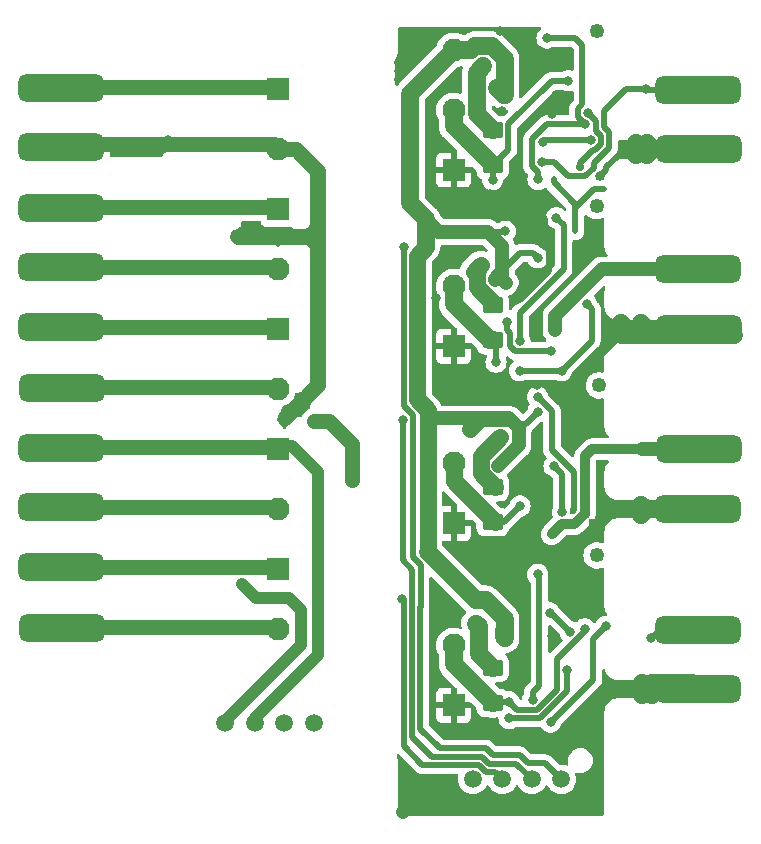
<source format=gbr>
%TF.GenerationSoftware,KiCad,Pcbnew,7.0.11*%
%TF.CreationDate,2025-09-14T18:45:33-04:00*%
%TF.ProjectId,14.1.7 - PMOS - PLC Connector Combined,31342e31-2e37-4202-9d20-504d4f53202d,rev?*%
%TF.SameCoordinates,Original*%
%TF.FileFunction,Copper,L2,Bot*%
%TF.FilePolarity,Positive*%
%FSLAX46Y46*%
G04 Gerber Fmt 4.6, Leading zero omitted, Abs format (unit mm)*
G04 Created by KiCad (PCBNEW 7.0.11) date 2025-09-14 18:45:33*
%MOMM*%
%LPD*%
G01*
G04 APERTURE LIST*
G04 Aperture macros list*
%AMRoundRect*
0 Rectangle with rounded corners*
0 $1 Rounding radius*
0 $2 $3 $4 $5 $6 $7 $8 $9 X,Y pos of 4 corners*
0 Add a 4 corners polygon primitive as box body*
4,1,4,$2,$3,$4,$5,$6,$7,$8,$9,$2,$3,0*
0 Add four circle primitives for the rounded corners*
1,1,$1+$1,$2,$3*
1,1,$1+$1,$4,$5*
1,1,$1+$1,$6,$7*
1,1,$1+$1,$8,$9*
0 Add four rect primitives between the rounded corners*
20,1,$1+$1,$2,$3,$4,$5,0*
20,1,$1+$1,$4,$5,$6,$7,0*
20,1,$1+$1,$6,$7,$8,$9,0*
20,1,$1+$1,$8,$9,$2,$3,0*%
G04 Aperture macros list end*
%TA.AperFunction,ComponentPad*%
%ADD10C,1.950000*%
%TD*%
%TA.AperFunction,ComponentPad*%
%ADD11R,1.950000X1.950000*%
%TD*%
%TA.AperFunction,ComponentPad*%
%ADD12C,1.250000*%
%TD*%
%TA.AperFunction,ComponentPad*%
%ADD13C,1.498600*%
%TD*%
%TA.AperFunction,SMDPad,CuDef*%
%ADD14RoundRect,0.250001X-0.624999X0.462499X-0.624999X-0.462499X0.624999X-0.462499X0.624999X0.462499X0*%
%TD*%
%TA.AperFunction,SMDPad,CuDef*%
%ADD15RoundRect,0.572500X3.045750X0.572500X-3.045750X0.572500X-3.045750X-0.572500X3.045750X-0.572500X0*%
%TD*%
%TA.AperFunction,ViaPad*%
%ADD16C,0.800000*%
%TD*%
%TA.AperFunction,ViaPad*%
%ADD17C,0.600000*%
%TD*%
%TA.AperFunction,ViaPad*%
%ADD18C,0.500000*%
%TD*%
%TA.AperFunction,ViaPad*%
%ADD19C,0.700000*%
%TD*%
%TA.AperFunction,Conductor*%
%ADD20C,1.143000*%
%TD*%
%TA.AperFunction,Conductor*%
%ADD21C,0.508000*%
%TD*%
%TA.AperFunction,Conductor*%
%ADD22C,1.270000*%
%TD*%
%TA.AperFunction,Conductor*%
%ADD23C,1.016000*%
%TD*%
%TA.AperFunction,Conductor*%
%ADD24C,0.812800*%
%TD*%
%TA.AperFunction,Conductor*%
%ADD25C,1.524000*%
%TD*%
%TA.AperFunction,Conductor*%
%ADD26C,0.762000*%
%TD*%
%TA.AperFunction,Conductor*%
%ADD27C,1.397000*%
%TD*%
G04 APERTURE END LIST*
D10*
%TO.P,J317,1,1*%
%TO.N,Net-(D10-A)*%
X107500000Y-89000000D03*
D11*
%TO.P,J317,2,2*%
%TO.N,GNDPWR*%
X107500000Y-94080000D03*
%TD*%
D12*
%TO.P,J324,1,Pin_1*%
%TO.N,Net-(J324-Pin_1)*%
X119800000Y-97400000D03*
%TD*%
%TO.P,J325,1,Pin_1*%
%TO.N,Net-(J325-Pin_1)*%
X119600000Y-111800000D03*
%TD*%
D10*
%TO.P,J222,1,1*%
%TO.N,Net-(D203-A)*%
X92640000Y-97740000D03*
D11*
%TO.P,J222,2,2*%
%TO.N,Net-(D204-A)*%
X92640000Y-92660000D03*
%TD*%
D10*
%TO.P,J224,1,1*%
%TO.N,Net-(J201-Pin_1)*%
X92600000Y-118060000D03*
D11*
%TO.P,J224,2,2*%
%TO.N,Net-(J202-Pin_1)*%
X92600000Y-112980000D03*
%TD*%
D10*
%TO.P,J320,1,1*%
%TO.N,Net-(D11-A)*%
X107500000Y-104000000D03*
D11*
%TO.P,J320,2,2*%
%TO.N,GNDPWR*%
X107500000Y-109080000D03*
%TD*%
D13*
%TO.P,J226,1,1*%
%TO.N,Net-(D204-A)*%
X95660000Y-125970000D03*
%TO.P,J226,2,2*%
%TO.N,Net-(D203-A)*%
X93160000Y-125970000D03*
%TO.P,J226,3,3*%
%TO.N,Net-(D202-A)*%
X90660000Y-125970000D03*
%TO.P,J226,4,4*%
%TO.N,Net-(D201-A)*%
X88160000Y-125970000D03*
%TD*%
D10*
%TO.P,J318,1,1*%
%TO.N,Net-(D10-K)*%
X107500000Y-69000000D03*
%TO.P,J318,2,2*%
%TO.N,Net-(D1-A)*%
X107500000Y-74080000D03*
D11*
%TO.P,J318,3,3*%
%TO.N,GNDPWR*%
X107500000Y-79160000D03*
%TD*%
D12*
%TO.P,J323,1,Pin_1*%
%TO.N,Net-(J323-Pin_1)*%
X119600000Y-67400000D03*
%TD*%
%TO.P,J322,1,Pin_1*%
%TO.N,Net-(J322-Pin_1)*%
X119600000Y-82200000D03*
%TD*%
D10*
%TO.P,J221,1,1*%
%TO.N,Net-(D201-A)*%
X92640000Y-107900000D03*
D11*
%TO.P,J221,2,2*%
%TO.N,Net-(D202-A)*%
X92640000Y-102820000D03*
%TD*%
D10*
%TO.P,J223,1,1*%
%TO.N,M*%
X92640000Y-77420000D03*
D11*
%TO.P,J223,2,2*%
%TO.N,Net-(J210-Pin_1)*%
X92640000Y-72340000D03*
%TD*%
D10*
%TO.P,J225,1,1*%
%TO.N,Net-(J207-Pin_1)*%
X92640000Y-87580000D03*
D11*
%TO.P,J225,2,2*%
%TO.N,Net-(J208-Pin_1)*%
X92640000Y-82500000D03*
%TD*%
D10*
%TO.P,J319,1,1*%
%TO.N,Net-(D12-K)*%
X107500000Y-119400000D03*
D11*
%TO.P,J319,2,2*%
%TO.N,GNDPWR*%
X107500000Y-124480000D03*
%TD*%
D13*
%TO.P,J321,1,1*%
%TO.N,Net-(D1-A)*%
X116620000Y-130760000D03*
%TO.P,J321,2,2*%
%TO.N,Net-(D10-A)*%
X114120000Y-130760000D03*
%TO.P,J321,3,3*%
%TO.N,Net-(D11-A)*%
X111620000Y-130760000D03*
%TO.P,J321,4,4*%
%TO.N,Net-(D12-K)*%
X109120000Y-130760000D03*
%TD*%
D14*
%TO.P,F2,1*%
%TO.N,Net-(J322-Pin_1)*%
X110800000Y-90600000D03*
%TO.P,F2,2*%
%TO.N,Net-(D10-A)*%
X110800000Y-93575000D03*
%TD*%
D15*
%TO.P,J304,1,Pin_1*%
%TO.N,Net-(J304-Pin_1)*%
X128220000Y-72350000D03*
%TD*%
D14*
%TO.P,F3,1*%
%TO.N,Net-(J324-Pin_1)*%
X110800000Y-106000000D03*
%TO.P,F3,2*%
%TO.N,Net-(D11-A)*%
X110800000Y-108975000D03*
%TD*%
D15*
%TO.P,J212,1,Pin_1*%
%TO.N,Net-(J202-Pin_1)*%
X74258250Y-112817224D03*
%TD*%
%TO.P,J216,1,Pin_1*%
%TO.N,Net-(D204-A)*%
X74268250Y-92497224D03*
%TD*%
%TO.P,J213,1,Pin_1*%
%TO.N,Net-(D201-A)*%
X74268250Y-107737224D03*
%TD*%
%TO.P,J217,1,Pin_1*%
%TO.N,Net-(J207-Pin_1)*%
X74268250Y-87407224D03*
%TD*%
%TO.P,J308,1,Pin_1*%
%TO.N,Net-(J302-Pin_1)*%
X128220000Y-118070000D03*
%TD*%
%TO.P,J219,1,Pin_1*%
%TO.N,M*%
X74238250Y-77247224D03*
%TD*%
%TO.P,J211,1,Pin_1*%
%TO.N,Net-(J201-Pin_1)*%
X74340000Y-117907224D03*
%TD*%
%TO.P,J312,1,Pin_1*%
%TO.N,Net-(J306-Pin_1)*%
X128220000Y-87570000D03*
%TD*%
%TO.P,J316,1,Pin_1*%
%TO.N,Net-(J314-Pin_1)*%
X128230000Y-102800000D03*
%TD*%
D14*
%TO.P,F1,1*%
%TO.N,Net-(J323-Pin_1)*%
X110800000Y-75800000D03*
%TO.P,F1,2*%
%TO.N,Net-(D1-A)*%
X110800000Y-78775000D03*
%TD*%
D15*
%TO.P,J214,1,Pin_1*%
%TO.N,Net-(D202-A)*%
X74258250Y-102667224D03*
%TD*%
%TO.P,J305,1,Pin_1*%
%TO.N,GNDPWR*%
X128230000Y-92650000D03*
%TD*%
%TO.P,J301,1,Pin_1*%
%TO.N,GNDPWR*%
X128220000Y-123130000D03*
%TD*%
%TO.P,J215,1,Pin_1*%
%TO.N,Net-(D203-A)*%
X74320000Y-97580000D03*
%TD*%
%TO.P,J303,1,Pin_1*%
%TO.N,GNDPWR*%
X128240000Y-77410000D03*
%TD*%
D14*
%TO.P,F4,1*%
%TO.N,Net-(J325-Pin_1)*%
X110800000Y-121312500D03*
%TO.P,F4,2*%
%TO.N,Net-(D12-K)*%
X110800000Y-124287500D03*
%TD*%
D15*
%TO.P,J313,1,Pin_1*%
%TO.N,GNDPWR*%
X128220000Y-107900000D03*
%TD*%
%TO.P,J218,1,Pin_1*%
%TO.N,Net-(J208-Pin_1)*%
X74258250Y-82347224D03*
%TD*%
%TO.P,J220,1,Pin_1*%
%TO.N,Net-(J210-Pin_1)*%
X74238250Y-72187224D03*
%TD*%
D16*
%TO.N,Net-(J306-Pin_1)*%
X123120000Y-87640000D03*
X116101130Y-92741130D03*
%TO.N,Net-(J302-Pin_1)*%
X124200000Y-118800000D03*
X115712186Y-125914667D03*
X120400000Y-117800000D03*
%TO.N,Net-(J304-Pin_1)*%
X123780000Y-72340000D03*
X114995090Y-78500858D03*
%TO.N,Net-(J201-Pin_1)*%
X79471250Y-117874224D03*
X80868250Y-117874224D03*
X82265250Y-117874224D03*
%TO.N,Net-(D201-A)*%
X79471250Y-107714224D03*
X89600000Y-114200000D03*
%TO.N,Net-(D202-A)*%
X79598250Y-102634224D03*
%TO.N,Net-(J207-Pin_1)*%
X83027250Y-87394224D03*
X81376250Y-87394224D03*
X79852250Y-87394224D03*
%TO.N,Net-(J208-Pin_1)*%
X81503250Y-82314224D03*
X79725250Y-82314224D03*
X83281250Y-82314224D03*
%TO.N,M*%
X82773250Y-76980224D03*
X79344250Y-76980224D03*
X89200000Y-84800000D03*
X90000000Y-84800000D03*
X93200000Y-100200000D03*
X80995250Y-76980224D03*
%TO.N,Net-(J314-Pin_1)*%
X123470000Y-102800000D03*
X115800000Y-110000000D03*
%TO.N,GNDPWR*%
X107200000Y-117200000D03*
X106000000Y-90000000D03*
X112800000Y-90200000D03*
X115800000Y-118600000D03*
X115150000Y-112040000D03*
X119883870Y-79683870D03*
X106200000Y-116400000D03*
X119200000Y-95200000D03*
X123880000Y-76700000D03*
X117200000Y-102000000D03*
X117800000Y-133200000D03*
X103190000Y-133540000D03*
X111400000Y-67400000D03*
X107200000Y-86400000D03*
X116600000Y-133200000D03*
X122930000Y-76700000D03*
X123350000Y-93310000D03*
X123470000Y-122610000D03*
X124250000Y-123800000D03*
X123330000Y-107490000D03*
X105600000Y-73400000D03*
X118000000Y-87200000D03*
X117200000Y-100200000D03*
X112800000Y-79000000D03*
X124260000Y-122570000D03*
X123350000Y-108550000D03*
X121680000Y-92100000D03*
X116800000Y-115000000D03*
X116200000Y-72800000D03*
X121680000Y-93350000D03*
X103180000Y-132500000D03*
X123460000Y-123820000D03*
X114800000Y-106600000D03*
X103180000Y-131480000D03*
X115400000Y-133200000D03*
X114000000Y-133200000D03*
X114803750Y-81996250D03*
X122960000Y-77960000D03*
X114510000Y-97380000D03*
X123350000Y-92100000D03*
X110600000Y-81200000D03*
X115800000Y-74400000D03*
X107600000Y-71400000D03*
X111600000Y-74200000D03*
X114600000Y-101800000D03*
X105800000Y-67600000D03*
X123850000Y-77890000D03*
X115200000Y-70600000D03*
X115090672Y-83339328D03*
D17*
X119200000Y-109000000D03*
D16*
X103400000Y-68000000D03*
%TO.N,Net-(D10-A)*%
X116630000Y-96160000D03*
X103200000Y-100320000D03*
X118745000Y-90511688D03*
X111080000Y-95440000D03*
X113070000Y-96160000D03*
%TO.N,Net-(D5-K)*%
X115069232Y-76789711D03*
X119088933Y-76621067D03*
%TO.N,Net-(D6-K)*%
X112035000Y-92000000D03*
X115730000Y-94449130D03*
%TO.N,Net-(Q1-G)*%
X117110000Y-121510000D03*
X112200000Y-125600000D03*
%TO.N,Net-(Q2-G)*%
X116700000Y-108160000D03*
X116000000Y-104240000D03*
%TO.N,Net-(Q5-G)*%
X118581260Y-75286740D03*
X115400000Y-68000000D03*
X114637500Y-79962500D03*
%TO.N,Net-(Q6-G)*%
X113101927Y-93645000D03*
X116200000Y-83200000D03*
%TO.N,Net-(Q8-G)*%
X114604315Y-98375545D03*
D17*
X117588304Y-108015362D03*
D16*
%TO.N,Net-(Q10-G)*%
X114610000Y-113390000D03*
X114200000Y-124000000D03*
%TO.N,Net-(D11-A)*%
X103130000Y-115490000D03*
X113110000Y-107600000D03*
%TO.N,Net-(D10-K)*%
X117340000Y-118260000D03*
X108840000Y-101060000D03*
X111800000Y-72790000D03*
D18*
X120200000Y-80800000D03*
X115950000Y-79890000D03*
D16*
X109800000Y-115600000D03*
X114639701Y-99618671D03*
X114600000Y-86600000D03*
D18*
X117800000Y-84366750D03*
D16*
X111800000Y-118000000D03*
X109487159Y-100508920D03*
X111150000Y-104200000D03*
X115614000Y-116656000D03*
X111580000Y-87750000D03*
X111121811Y-72277590D03*
X111800000Y-119000000D03*
X111930000Y-88730000D03*
X111870000Y-84370000D03*
X111760000Y-103560000D03*
X110960000Y-88370000D03*
%TO.N,Net-(D1-K)*%
X118858422Y-74325915D03*
D19*
X118205033Y-78906000D03*
D16*
%TO.N,Net-(D1-A)*%
X117200000Y-71600000D03*
X110800000Y-80000000D03*
X103270000Y-85720000D03*
%TO.N,Net-(D12-K)*%
X118600000Y-118000000D03*
X112200000Y-124200000D03*
%TO.N,Net-(J323-Pin_1)*%
X110000000Y-70400000D03*
X109437000Y-71400000D03*
%TO.N,Net-(J322-Pin_1)*%
X109800000Y-87200000D03*
X109200000Y-87800000D03*
%TO.N,Net-(J324-Pin_1)*%
X111400000Y-101800000D03*
X110800000Y-102400000D03*
%TO.N,Net-(J325-Pin_1)*%
X109400000Y-117600000D03*
X109600000Y-118800000D03*
%TO.N,Net-(D203-A)*%
X95679002Y-100444402D03*
X79852250Y-97554224D03*
X98902250Y-105440000D03*
%TO.N,Net-(D204-A)*%
X79090250Y-92494687D03*
%TO.N,Net-(J202-Pin_1)*%
X79471250Y-112794224D03*
X80868250Y-112794224D03*
X82392250Y-112794224D03*
%TD*%
D20*
%TO.N,Net-(J306-Pin_1)*%
X120029936Y-87570000D02*
X128220000Y-87570000D01*
X123190000Y-87570000D02*
X128220000Y-87570000D01*
X116101130Y-91498806D02*
X120029936Y-87570000D01*
X116101130Y-92741130D02*
X116101130Y-91498806D01*
D21*
X123120000Y-87640000D02*
X123190000Y-87570000D01*
%TO.N,Net-(J302-Pin_1)*%
X124930000Y-118070000D02*
X128220000Y-118070000D01*
X120400000Y-117800000D02*
X119308000Y-118892000D01*
X119308000Y-118892000D02*
X119308000Y-122318853D01*
X124200000Y-118800000D02*
X124930000Y-118070000D01*
X119308000Y-122318853D02*
X115712186Y-125914667D01*
%TO.N,Net-(J304-Pin_1)*%
X128220000Y-72350000D02*
X123790000Y-72350000D01*
X120240000Y-75563130D02*
X120240000Y-74157629D01*
X120650933Y-77268070D02*
X120650933Y-75974065D01*
X114995090Y-78500858D02*
X115960858Y-78500858D01*
X115960858Y-78500858D02*
X117170000Y-79710000D01*
X120650933Y-75974065D02*
X120240000Y-75563130D01*
X119340000Y-78579003D02*
X120650933Y-77268070D01*
X120240000Y-74157629D02*
X122057629Y-72340000D01*
X118650000Y-79710000D02*
X119340000Y-79020000D01*
X123790000Y-72350000D02*
X123780000Y-72340000D01*
X119340000Y-79020000D02*
X119340000Y-78579003D01*
X122057629Y-72340000D02*
X123780000Y-72340000D01*
X117170000Y-79710000D02*
X118650000Y-79710000D01*
X128180000Y-72390000D02*
X128220000Y-72350000D01*
D22*
%TO.N,Net-(J201-Pin_1)*%
X84805250Y-117874220D02*
X74278395Y-117874220D01*
X79471250Y-117874224D02*
X80868250Y-117874224D01*
X92298250Y-117874224D02*
X92425250Y-117747224D01*
X74278395Y-117874220D02*
X74278391Y-117874224D01*
X82265250Y-117874224D02*
X92298250Y-117874224D01*
X80868250Y-117874224D02*
X82265250Y-117874224D01*
X74278391Y-117874224D02*
X79471250Y-117874224D01*
D23*
%TO.N,Net-(D201-A)*%
X89600000Y-114200000D02*
X90800000Y-115400000D01*
X93550000Y-115400000D02*
X94600000Y-116450000D01*
D22*
X79471250Y-107714224D02*
X74289842Y-107714224D01*
D23*
X88160000Y-125840000D02*
X88160000Y-125970000D01*
X94600000Y-116450000D02*
X94600000Y-119400000D01*
X94600000Y-119400000D02*
X88160000Y-125840000D01*
D22*
X81249250Y-107714224D02*
X79471250Y-107714224D01*
X92425250Y-107587224D02*
X92298250Y-107714224D01*
X92298250Y-107714224D02*
X82773250Y-107714224D01*
X82773250Y-107714224D02*
X81249250Y-107714224D01*
D23*
X90800000Y-115400000D02*
X93550000Y-115400000D01*
D22*
X74289842Y-107714224D02*
X74280369Y-107723697D01*
%TO.N,Net-(D202-A)*%
X92425250Y-102507224D02*
X92298250Y-102634224D01*
D23*
X90660000Y-125549684D02*
X96000000Y-120209684D01*
X90660000Y-125970000D02*
X90660000Y-125549684D01*
X93804108Y-102507224D02*
X92425250Y-102507224D01*
D22*
X82773250Y-102634224D02*
X81249250Y-102634224D01*
X81249250Y-102634224D02*
X79598250Y-102634224D01*
D23*
X96000000Y-120209684D02*
X96000000Y-104703116D01*
D22*
X74283060Y-102634224D02*
X74271976Y-102645308D01*
X92298250Y-102634224D02*
X82773250Y-102634224D01*
D23*
X96000000Y-104703116D02*
X93804108Y-102507224D01*
D22*
X79598250Y-102634224D02*
X74283060Y-102634224D01*
%TO.N,Net-(J207-Pin_1)*%
X74287737Y-87394224D02*
X83027250Y-87394224D01*
X79852250Y-87394224D02*
X79861592Y-87403566D01*
X74271976Y-87409985D02*
X74287737Y-87394224D01*
X81366908Y-87403566D02*
X81376250Y-87394224D01*
X92298250Y-87394224D02*
X92425250Y-87267224D01*
X83027250Y-87394224D02*
X92298250Y-87394224D01*
X84805250Y-87394224D02*
X81376250Y-87394224D01*
X79861592Y-87403566D02*
X81366908Y-87403566D01*
%TO.N,Net-(J208-Pin_1)*%
X83281250Y-82314224D02*
X92454224Y-82314224D01*
X74278395Y-82325125D02*
X74289296Y-82314224D01*
X92454224Y-82314224D02*
X92454224Y-82216198D01*
X81503250Y-82314224D02*
X83281250Y-82314224D01*
X79725250Y-82314224D02*
X81503250Y-82314224D01*
X74289296Y-82314224D02*
X79725250Y-82314224D01*
X92454224Y-82216198D02*
X92425250Y-82187224D01*
X84794349Y-82325125D02*
X74278395Y-82325125D01*
%TO.N,M*%
X79344250Y-76980224D02*
X74564650Y-76980224D01*
X94135026Y-77420000D02*
X96000000Y-79284974D01*
X82773250Y-76980224D02*
X80995250Y-76980224D01*
X92298250Y-76980224D02*
X92425250Y-77107224D01*
X82773250Y-76980224D02*
X92298250Y-76980224D01*
X74564650Y-76980224D02*
X74293347Y-77251527D01*
X89200000Y-84800000D02*
X96000000Y-84800000D01*
X80995250Y-76980224D02*
X79344250Y-76980224D01*
X92640000Y-77420000D02*
X94135026Y-77420000D01*
X96000000Y-79284974D02*
X96000000Y-86904974D01*
X93200000Y-100200000D02*
X96000000Y-97400000D01*
X96000000Y-97400000D02*
X96000000Y-86904974D01*
%TO.N,Net-(J210-Pin_1)*%
X92298250Y-72154224D02*
X74289963Y-72154224D01*
X74289963Y-72154224D02*
X74268986Y-72175201D01*
X92425250Y-72027224D02*
X92298250Y-72154224D01*
D24*
%TO.N,Net-(J314-Pin_1)*%
X118600000Y-103400000D02*
X119200000Y-102800000D01*
X117719110Y-109166400D02*
X118600000Y-108285510D01*
D20*
X123470000Y-102800000D02*
X128230000Y-102800000D01*
D24*
X115800000Y-110000000D02*
X116633600Y-109166400D01*
X118600000Y-108285510D02*
X118600000Y-103400000D01*
X119200000Y-102800000D02*
X123470000Y-102800000D01*
X116633600Y-109166400D02*
X117719110Y-109166400D01*
D25*
%TO.N,GNDPWR*%
X123958510Y-123130000D02*
X123460000Y-123628510D01*
X124330000Y-77410000D02*
X123850000Y-77890000D01*
D21*
X120400400Y-79167340D02*
X120400400Y-78939600D01*
D25*
X128230000Y-92650000D02*
X123848510Y-92650000D01*
D21*
X115200000Y-83448656D02*
X115090672Y-83339328D01*
X119883870Y-79683870D02*
X120400400Y-79167340D01*
D26*
X113939328Y-83339328D02*
X115090672Y-83339328D01*
D21*
X113140000Y-90200000D02*
X115600000Y-87740000D01*
D25*
X128220000Y-107900000D02*
X123838510Y-107900000D01*
D21*
X112800000Y-90200000D02*
X113140000Y-90200000D01*
D25*
X128220000Y-123130000D02*
X123987490Y-123130000D01*
D21*
X115600000Y-85817761D02*
X115200000Y-85417761D01*
D25*
X128230000Y-92650000D02*
X123867490Y-92650000D01*
X122228510Y-92650000D02*
X121730000Y-93148510D01*
X123740000Y-107900000D02*
X123330000Y-107490000D01*
D26*
X119790000Y-94746888D02*
X121186888Y-93350000D01*
D25*
X128240000Y-77410000D02*
X124397490Y-77410000D01*
X123987490Y-123130000D02*
X123470000Y-122612510D01*
X131050278Y-93148510D02*
X131227243Y-93143556D01*
X128240000Y-77410000D02*
X123447490Y-77410000D01*
X124748510Y-123130000D02*
X124250000Y-123628510D01*
X128230000Y-92650000D02*
X122228510Y-92650000D01*
X128240000Y-77410000D02*
X123458510Y-77410000D01*
X123848510Y-92650000D02*
X123350000Y-93148510D01*
X127702510Y-122612510D02*
X124260000Y-122612510D01*
D26*
X119653112Y-94746888D02*
X119790000Y-94746888D01*
D25*
X123447490Y-77410000D02*
X122930000Y-76892510D01*
D26*
X119200000Y-95200000D02*
X119653112Y-94746888D01*
X121186888Y-93350000D02*
X121680000Y-93350000D01*
X110600000Y-81200000D02*
X111800000Y-81200000D01*
D25*
X123867490Y-92650000D02*
X123350000Y-92132510D01*
D21*
X115600000Y-87740000D02*
X115600000Y-85817761D01*
X120400400Y-78939600D02*
X121380000Y-77960000D01*
D20*
X103190000Y-133540000D02*
X103180000Y-133530000D01*
D25*
X122185698Y-92650000D02*
X121678794Y-92143096D01*
X128220000Y-107900000D02*
X123740000Y-107900000D01*
D21*
X121380000Y-77960000D02*
X122960000Y-77960000D01*
X115200000Y-85417761D02*
X115200000Y-83448656D01*
D25*
X128230000Y-92650000D02*
X122185698Y-92650000D01*
X123838510Y-107900000D02*
X123350000Y-108388510D01*
X121730000Y-93148510D02*
X131050278Y-93148510D01*
X124397490Y-77410000D02*
X123880000Y-76892510D01*
X123458510Y-77410000D02*
X122960000Y-77908510D01*
X128220000Y-123130000D02*
X127702510Y-122612510D01*
D26*
X111800000Y-81200000D02*
X113939328Y-83339328D01*
D25*
X128220000Y-123130000D02*
X124748510Y-123130000D01*
X128240000Y-77410000D02*
X124330000Y-77410000D01*
X128220000Y-123130000D02*
X123958510Y-123130000D01*
%TO.N,Net-(D10-A)*%
X110800000Y-93575000D02*
X110575000Y-93575000D01*
D21*
X119183572Y-93606428D02*
X116630000Y-96160000D01*
X103970000Y-127160000D02*
X105658700Y-128848700D01*
X118745000Y-90511688D02*
X119183572Y-90950260D01*
X109911687Y-128848700D02*
X110492688Y-129429700D01*
D22*
X110600000Y-93575000D02*
X110800000Y-93575000D01*
D21*
X119183572Y-90950260D02*
X119183572Y-93606428D01*
D25*
X110575000Y-93575000D02*
X107500000Y-90500000D01*
D21*
X103200000Y-112220000D02*
X103984000Y-113004000D01*
X111080000Y-95440000D02*
X111080000Y-94055000D01*
D25*
X107500000Y-90500000D02*
X107500000Y-89000000D01*
D21*
X103984000Y-115843739D02*
X103970000Y-115857739D01*
X103200000Y-100320000D02*
X103200000Y-112220000D01*
X112789700Y-129429700D02*
X114120000Y-130760000D01*
X105658700Y-128848700D02*
X109911687Y-128848700D01*
X103984000Y-113004000D02*
X103984000Y-115843739D01*
X103970000Y-115857739D02*
X103970000Y-127160000D01*
X110492688Y-129429700D02*
X112789700Y-129429700D01*
X113070000Y-96160000D02*
X116630000Y-96160000D01*
X111080000Y-94055000D02*
X110600000Y-93575000D01*
%TO.N,Net-(D5-K)*%
X115218943Y-76640000D02*
X119070000Y-76640000D01*
X119070000Y-76640000D02*
X119088933Y-76621067D01*
X115069232Y-76789711D02*
X115218943Y-76640000D01*
%TO.N,Net-(D6-K)*%
X112247927Y-94026957D02*
X112724970Y-94504000D01*
X112035000Y-92719966D02*
X112247927Y-92932893D01*
X112247927Y-92932893D02*
X112247927Y-94026957D01*
X112035000Y-92000000D02*
X112035000Y-92719966D01*
X112724970Y-94504000D02*
X115675130Y-94504000D01*
X115675130Y-94504000D02*
X115730000Y-94449130D01*
%TO.N,Net-(Q1-G)*%
X114809003Y-125600000D02*
X117110000Y-123299003D01*
X112200000Y-125600000D02*
X114809003Y-125600000D01*
X117110000Y-123299003D02*
X117110000Y-121510000D01*
%TO.N,Net-(Q2-G)*%
X116700000Y-108160000D02*
X116684866Y-108144866D01*
X116684866Y-108144866D02*
X116684866Y-104924866D01*
X116684866Y-104924866D02*
X116000000Y-104240000D01*
%TO.N,Net-(Q5-G)*%
X115364464Y-75286740D02*
X118581260Y-75286740D01*
X118004422Y-73972176D02*
X118400000Y-73576598D01*
X114141090Y-76510114D02*
X115364464Y-75286740D01*
X114637500Y-79962500D02*
X114637500Y-79351007D01*
X118004422Y-74709902D02*
X118004422Y-73972176D01*
X117800000Y-68000000D02*
X115400000Y-68000000D01*
X114141090Y-78854597D02*
X114141090Y-76510114D01*
X118400000Y-68600000D02*
X117800000Y-68000000D01*
X114637500Y-79351007D02*
X114141090Y-78854597D01*
X118400000Y-73576598D02*
X118400000Y-68600000D01*
X118581260Y-75286740D02*
X118004422Y-74709902D01*
%TO.N,Net-(Q6-G)*%
X113101927Y-91268073D02*
X116800000Y-87570000D01*
X113101927Y-93645000D02*
X113101927Y-91268073D01*
X116800000Y-87570000D02*
X116800000Y-83800000D01*
X116800000Y-83800000D02*
X116200000Y-83200000D01*
%TO.N,Net-(Q8-G)*%
X117674430Y-107929236D02*
X117674430Y-104706691D01*
X115800000Y-99571230D02*
X114604315Y-98375545D01*
X117674430Y-104706691D02*
X115800000Y-102832261D01*
X117588304Y-108015362D02*
X117674430Y-107929236D01*
X115800000Y-102832261D02*
X115800000Y-99571230D01*
%TO.N,Net-(Q10-G)*%
X114760000Y-113540000D02*
X114760000Y-122820000D01*
X114200000Y-123380000D02*
X114200000Y-124000000D01*
X114610000Y-113390000D02*
X114760000Y-113540000D01*
X114760000Y-122820000D02*
X114200000Y-123380000D01*
%TO.N,Net-(D11-A)*%
X103262000Y-127962000D02*
X104856700Y-129556700D01*
X103130000Y-115490000D02*
X103262000Y-115622000D01*
D27*
X107500000Y-105475000D02*
X107500000Y-104000000D01*
D21*
X109618424Y-129556700D02*
X110199425Y-130137700D01*
X103262000Y-115622000D02*
X103262000Y-127962000D01*
D27*
X111000000Y-108975000D02*
X107500000Y-105475000D01*
D21*
X113110000Y-107600000D02*
X111735000Y-108975000D01*
X104856700Y-129556700D02*
X109618424Y-129556700D01*
X111735000Y-108975000D02*
X111000000Y-108975000D01*
X110997700Y-130137700D02*
X111620000Y-130760000D01*
X110199425Y-130137700D02*
X110997700Y-130137700D01*
D20*
%TO.N,Net-(D10-K)*%
X111920000Y-88700000D02*
X111600000Y-88380000D01*
D21*
X115736000Y-116656000D02*
X115614000Y-116656000D01*
D20*
X113000000Y-101035000D02*
X113000000Y-102470000D01*
D25*
X111800000Y-69761896D02*
X111800000Y-72790000D01*
D21*
X117340000Y-118260000D02*
X115736000Y-116656000D01*
D20*
X113000000Y-102470000D02*
X111270000Y-104200000D01*
D21*
X114200000Y-86200000D02*
X113130000Y-86200000D01*
D25*
X111761263Y-72790000D02*
X111185332Y-72214069D01*
D20*
X110980000Y-88440000D02*
X110960000Y-88420000D01*
D21*
X117800000Y-82071127D02*
X115950000Y-80221127D01*
D25*
X107500000Y-69000000D02*
X108961896Y-69000000D01*
X109285896Y-68676000D02*
X110714104Y-68676000D01*
X103800000Y-72700000D02*
X107500000Y-69000000D01*
X103800000Y-81990000D02*
X103800000Y-72700000D01*
X111740000Y-118740000D02*
X111740000Y-118140000D01*
X105140000Y-83330000D02*
X103800000Y-81990000D01*
D21*
X117800000Y-82400000D02*
X117800000Y-84366750D01*
D27*
X109487159Y-100508920D02*
X109391080Y-100508920D01*
X105140000Y-85460000D02*
X105140000Y-85686357D01*
D25*
X109419684Y-115600000D02*
X110200000Y-115600000D01*
X110714104Y-68676000D02*
X111800000Y-69761896D01*
D21*
X111840000Y-84400000D02*
X110400000Y-84400000D01*
D25*
X105140000Y-83330000D02*
X105140000Y-85460000D01*
D20*
X105310000Y-100200000D02*
X112165000Y-100200000D01*
D25*
X110200000Y-115600000D02*
X111800000Y-117200000D01*
D20*
X111600000Y-85600000D02*
X110400000Y-84400000D01*
X111600000Y-88380000D02*
X111600000Y-85600000D01*
D21*
X111870000Y-84370000D02*
X111840000Y-84400000D01*
D20*
X110400000Y-84400000D02*
X106210000Y-84400000D01*
D27*
X105140000Y-85686357D02*
X104422500Y-86403857D01*
D21*
X119400000Y-80800000D02*
X117800000Y-82400000D01*
X115950000Y-80221127D02*
X115950000Y-79890000D01*
D25*
X111800000Y-118800000D02*
X111740000Y-118740000D01*
D21*
X114600000Y-86600000D02*
X114200000Y-86200000D01*
D27*
X105310000Y-99480316D02*
X105310000Y-111490316D01*
D25*
X105310000Y-111490316D02*
X109419684Y-115600000D01*
D20*
X112165000Y-100200000D02*
X113000000Y-101035000D01*
D25*
X111800000Y-72790000D02*
X111761263Y-72790000D01*
D27*
X109391080Y-100508920D02*
X108840000Y-101060000D01*
D21*
X117800000Y-84366750D02*
X117800000Y-82071127D01*
D27*
X104422500Y-98592816D02*
X105310000Y-99480316D01*
D20*
X110960000Y-88370000D02*
X111580000Y-87750000D01*
D25*
X111800000Y-117200000D02*
X111800000Y-118800000D01*
D27*
X104422500Y-86403857D02*
X104422500Y-98592816D01*
D20*
X110960000Y-88420000D02*
X110960000Y-88370000D01*
D21*
X113623372Y-100635000D02*
X109613239Y-100635000D01*
X120200000Y-80800000D02*
X119400000Y-80800000D01*
X114639701Y-99618671D02*
X113623372Y-100635000D01*
D25*
X108961896Y-69000000D02*
X109285896Y-68676000D01*
D21*
X113130000Y-86200000D02*
X111580000Y-87750000D01*
D20*
X106210000Y-84400000D02*
X105140000Y-83330000D01*
D21*
X109613239Y-100635000D02*
X109487159Y-100508920D01*
%TO.N,Net-(D1-K)*%
X119274933Y-77475067D02*
X118205033Y-78544967D01*
X119942933Y-76974806D02*
X119442672Y-77475067D01*
X119942933Y-76267328D02*
X119942933Y-76974806D01*
X118205033Y-78544967D02*
X118205033Y-78906000D01*
X118858422Y-74356162D02*
X119532000Y-75029740D01*
X118858422Y-74325915D02*
X118858422Y-74356162D01*
X119532000Y-75029740D02*
X119532000Y-75856395D01*
X119532000Y-75856395D02*
X119942933Y-76267328D01*
X119442672Y-77475067D02*
X119274933Y-77475067D01*
%TO.N,Net-(D1-A)*%
X104054000Y-99944000D02*
X104054000Y-111954000D01*
X115260000Y-129400000D02*
X116620000Y-130760000D01*
D25*
X110800000Y-78775000D02*
X107500000Y-75475000D01*
D21*
X110785950Y-128721700D02*
X113082964Y-128721700D01*
X110204950Y-128140700D02*
X110785950Y-128721700D01*
X110800000Y-80000000D02*
X110800000Y-78775000D01*
D25*
X107500000Y-75475000D02*
X107500000Y-74080000D01*
D21*
X104692000Y-116137002D02*
X104678000Y-116151002D01*
X113082964Y-128721700D02*
X113761264Y-129400000D01*
X117200000Y-71600000D02*
X115800000Y-71600000D01*
X104692000Y-112592000D02*
X104692000Y-116137002D01*
X104054000Y-111954000D02*
X104692000Y-112592000D01*
X113761264Y-129400000D02*
X115260000Y-129400000D01*
X104678000Y-126498000D02*
X106320700Y-128140700D01*
X106320700Y-128140700D02*
X110204950Y-128140700D01*
X103270000Y-99160000D02*
X104054000Y-99944000D01*
X112129000Y-77446000D02*
X110800000Y-78775000D01*
X104678000Y-116151002D02*
X104678000Y-126498000D01*
X112129000Y-75271000D02*
X112129000Y-77446000D01*
X115800000Y-71600000D02*
X112129000Y-75271000D01*
X103270000Y-85720000D02*
X103270000Y-99160000D01*
%TO.N,Net-(D12-K)*%
X118600000Y-118207739D02*
X116256000Y-120551739D01*
X112200000Y-124200000D02*
X110887500Y-124200000D01*
X116256000Y-120551739D02*
X116256000Y-123151739D01*
X114553739Y-124854000D02*
X112854000Y-124854000D01*
D25*
X107500000Y-119400000D02*
X107500000Y-120987500D01*
D21*
X110887500Y-124200000D02*
X110800000Y-124287500D01*
X116256000Y-123151739D02*
X114553739Y-124854000D01*
D25*
X107500000Y-120987500D02*
X110800000Y-124287500D01*
D21*
X118600000Y-118000000D02*
X118600000Y-118207739D01*
X112854000Y-124854000D02*
X112200000Y-124200000D01*
D25*
%TO.N,Net-(J323-Pin_1)*%
X109461332Y-72661332D02*
X109461332Y-74461332D01*
X109437000Y-71037000D02*
X109437000Y-72637000D01*
X109461332Y-74461332D02*
X110800000Y-75800000D01*
X110000000Y-70400000D02*
X109461332Y-70938668D01*
X109437000Y-72637000D02*
X109461332Y-72661332D01*
D27*
%TO.N,Net-(J322-Pin_1)*%
X109800000Y-87200000D02*
X109200000Y-87800000D01*
X109490000Y-87690000D02*
X109490000Y-89090000D01*
X109400000Y-87600000D02*
X109490000Y-87690000D01*
X109490000Y-89090000D02*
X110800000Y-90400000D01*
%TO.N,Net-(J324-Pin_1)*%
X111400000Y-101800000D02*
X109800000Y-103400000D01*
X109800000Y-104808894D02*
X111000000Y-106008894D01*
X109800000Y-103400000D02*
X109800000Y-104808894D01*
D25*
%TO.N,Net-(J325-Pin_1)*%
X109600000Y-117800000D02*
X109600000Y-120112500D01*
X109600000Y-120112500D02*
X110800000Y-121312500D01*
X109400000Y-117600000D02*
X109600000Y-117800000D01*
D22*
%TO.N,Net-(D203-A)*%
X98902250Y-102380000D02*
X96966652Y-100444402D01*
X92298250Y-97554224D02*
X83027250Y-97554224D01*
X83027250Y-97554224D02*
X81503250Y-97554224D01*
X81503250Y-97554224D02*
X79852250Y-97554224D01*
X79852250Y-97554224D02*
X74199025Y-97554224D01*
X96966652Y-100444402D02*
X95679002Y-100444402D01*
X74199025Y-97554224D02*
X74168250Y-97584999D01*
X92425250Y-97427224D02*
X92298250Y-97554224D01*
X98902250Y-105440000D02*
X98902250Y-102380000D01*
%TO.N,Net-(D204-A)*%
X79845556Y-92480918D02*
X79852250Y-92474224D01*
X74272660Y-92480918D02*
X79845556Y-92480918D01*
X81630248Y-92474224D02*
X79852250Y-92474224D01*
X92425250Y-92347224D02*
X92298250Y-92474224D01*
X74273749Y-92482007D02*
X78836250Y-92482007D01*
X74272660Y-92480918D02*
X74273749Y-92482007D01*
X83281250Y-92474224D02*
X81630248Y-92474224D01*
X92298250Y-92474224D02*
X83281250Y-92474224D01*
%TO.N,Net-(J202-Pin_1)*%
X80868250Y-112794224D02*
X79471250Y-112794224D01*
X92414224Y-112794224D02*
X92600000Y-112980000D01*
X82392250Y-112794224D02*
X80868250Y-112794224D01*
X79471250Y-112794224D02*
X74279942Y-112794224D01*
X74279942Y-112794224D02*
X74271976Y-112802190D01*
X79471250Y-112794224D02*
X92414224Y-112794224D01*
%TD*%
%TA.AperFunction,Conductor*%
%TO.N,M*%
G36*
X94179990Y-76789105D02*
G01*
X94182483Y-76789179D01*
X94202265Y-76791365D01*
X94210094Y-76792874D01*
X94220864Y-76794750D01*
X94227845Y-76795967D01*
X94236590Y-76797331D01*
X94236612Y-76797334D01*
X94254467Y-76799793D01*
X94254484Y-76799795D01*
X94262380Y-76800739D01*
X94281884Y-76804679D01*
X94284273Y-76805365D01*
X94298560Y-76809012D01*
X94300251Y-76809390D01*
X94301021Y-76809563D01*
X94320022Y-76815450D01*
X94327409Y-76818408D01*
X94344281Y-76824815D01*
X94344300Y-76824821D01*
X94344311Y-76824826D01*
X94352592Y-76827803D01*
X94352607Y-76827808D01*
X94369681Y-76833604D01*
X94373949Y-76834968D01*
X94377285Y-76836035D01*
X94395689Y-76843594D01*
X94397923Y-76844729D01*
X94411258Y-76851012D01*
X94413527Y-76851999D01*
X94431096Y-76861388D01*
X94437790Y-76865691D01*
X94453131Y-76875168D01*
X94460732Y-76879678D01*
X94476412Y-76888607D01*
X94483011Y-76892210D01*
X94483424Y-76892436D01*
X94500053Y-76903334D01*
X94502047Y-76904883D01*
X94505826Y-76907642D01*
X94513949Y-76913573D01*
X94516005Y-76914983D01*
X94531445Y-76927501D01*
X94537218Y-76933005D01*
X94550516Y-76945237D01*
X94553998Y-76948327D01*
X94559373Y-76953391D01*
X94569944Y-76963962D01*
X94574333Y-76968299D01*
X94574414Y-76968379D01*
X94576289Y-76970208D01*
X94576406Y-76970322D01*
X94578278Y-76972128D01*
X94580616Y-76974383D01*
X94624162Y-77015903D01*
X94629848Y-77021692D01*
X94654862Y-77048881D01*
X96413643Y-78807662D01*
X96413667Y-78807685D01*
X96426629Y-78820194D01*
X96433104Y-78826223D01*
X96446563Y-78838314D01*
X96452570Y-78843519D01*
X96466513Y-78857712D01*
X96468110Y-78859623D01*
X96468120Y-78859634D01*
X96477910Y-78870664D01*
X96479604Y-78872462D01*
X96492057Y-78888008D01*
X96495815Y-78893560D01*
X96496533Y-78894621D01*
X96503948Y-78905165D01*
X96506918Y-78909389D01*
X96512140Y-78916540D01*
X96523032Y-78930909D01*
X96523046Y-78930927D01*
X96523053Y-78930936D01*
X96527938Y-78937148D01*
X96538940Y-78953717D01*
X96540166Y-78955930D01*
X96547678Y-78968590D01*
X96549016Y-78970700D01*
X96558289Y-78988299D01*
X96559029Y-78990027D01*
X96561441Y-78995659D01*
X96568839Y-79012118D01*
X96572610Y-79020119D01*
X96580567Y-79036253D01*
X96584228Y-79043354D01*
X96591892Y-79061702D01*
X96592654Y-79064038D01*
X96592663Y-79064064D01*
X96592664Y-79064066D01*
X96597652Y-79077943D01*
X96597658Y-79077958D01*
X96597659Y-79077961D01*
X96598578Y-79080298D01*
X96604343Y-79099306D01*
X96606046Y-79107135D01*
X96610190Y-79124668D01*
X96612389Y-79133285D01*
X96617144Y-79150612D01*
X96619395Y-79158278D01*
X96623446Y-79177729D01*
X96623766Y-79180272D01*
X96626035Y-79194821D01*
X96626494Y-79197281D01*
X96628560Y-79217046D01*
X96628750Y-79225029D01*
X96629500Y-79243026D01*
X96629781Y-79247743D01*
X96630000Y-79255113D01*
X96630000Y-79269946D01*
X96630036Y-79276021D01*
X96630069Y-79278815D01*
X96630179Y-79285017D01*
X96631610Y-79345134D01*
X96631537Y-79353248D01*
X96630000Y-79390125D01*
X96630000Y-84770038D01*
X96630140Y-84781943D01*
X96630283Y-84787928D01*
X96630711Y-84799919D01*
X96632137Y-84829863D01*
X96631961Y-84844604D01*
X96631288Y-84854012D01*
X96630000Y-84890080D01*
X96630000Y-97355035D01*
X96630320Y-97373019D01*
X96630639Y-97381938D01*
X96631603Y-97399911D01*
X96632172Y-97407874D01*
X96631996Y-97427731D01*
X96631771Y-97430247D01*
X96630894Y-97444967D01*
X96630819Y-97447479D01*
X96628637Y-97467216D01*
X96627119Y-97475095D01*
X96624008Y-97492949D01*
X96622658Y-97501616D01*
X96620202Y-97519457D01*
X96619255Y-97527374D01*
X96615323Y-97546842D01*
X96614627Y-97549264D01*
X96610983Y-97563541D01*
X96610430Y-97566014D01*
X96604549Y-97584993D01*
X96601587Y-97592393D01*
X96595212Y-97609171D01*
X96592207Y-97617530D01*
X96586383Y-97634683D01*
X96583959Y-97642267D01*
X96576421Y-97660625D01*
X96575280Y-97662871D01*
X96568985Y-97676232D01*
X96567978Y-97678545D01*
X96558618Y-97696053D01*
X96554292Y-97702786D01*
X96544799Y-97718155D01*
X96540249Y-97725827D01*
X96531376Y-97741412D01*
X96527566Y-97748390D01*
X96516668Y-97765021D01*
X96515165Y-97766955D01*
X96506443Y-97778898D01*
X96505005Y-97780995D01*
X96492500Y-97796417D01*
X96486977Y-97802210D01*
X96474760Y-97815490D01*
X96471647Y-97818997D01*
X96466617Y-97824334D01*
X96456073Y-97834879D01*
X96452029Y-97838970D01*
X96449945Y-97841103D01*
X96445560Y-97845646D01*
X96404085Y-97889144D01*
X96398298Y-97894829D01*
X96371121Y-97919831D01*
X95551200Y-98739753D01*
X95538662Y-98752747D01*
X95532647Y-98759207D01*
X95520553Y-98772669D01*
X95442768Y-98893706D01*
X95442758Y-98893724D01*
X95414000Y-98956698D01*
X95413747Y-98957247D01*
X95413741Y-98957264D01*
X95413741Y-98957266D01*
X95373207Y-99095319D01*
X95373207Y-99095320D01*
X95373207Y-99239196D01*
X95373208Y-99239199D01*
X95373307Y-99239887D01*
X95373273Y-99240117D01*
X95373524Y-99243614D01*
X95372763Y-99243668D01*
X95363360Y-99309045D01*
X95317603Y-99361847D01*
X95285505Y-99376504D01*
X95255066Y-99385442D01*
X95255065Y-99385442D01*
X95062311Y-99484814D01*
X94891850Y-99618866D01*
X94749848Y-99782746D01*
X94749839Y-99782757D01*
X94641419Y-99970548D01*
X94641417Y-99970552D01*
X94623202Y-100023181D01*
X94582673Y-100080094D01*
X94517808Y-100106062D01*
X94497178Y-100106307D01*
X94461752Y-100103774D01*
X94461749Y-100103774D01*
X94318244Y-100114037D01*
X94318242Y-100114037D01*
X94318238Y-100114038D01*
X94183444Y-100164312D01*
X94183438Y-100164315D01*
X94124065Y-100196734D01*
X94122593Y-100197503D01*
X94122103Y-100197805D01*
X94006931Y-100284021D01*
X94006913Y-100284037D01*
X93611313Y-100679639D01*
X93593136Y-100694648D01*
X93511261Y-100750063D01*
X93511258Y-100750066D01*
X93420552Y-100828662D01*
X93420550Y-100828664D01*
X93381229Y-100871919D01*
X93381224Y-100871925D01*
X93311601Y-100969697D01*
X93284238Y-101043058D01*
X93242365Y-101098991D01*
X93176901Y-101123406D01*
X93108628Y-101108553D01*
X93059224Y-101059147D01*
X93049947Y-101037484D01*
X93020511Y-100945416D01*
X92961073Y-100857605D01*
X92939860Y-100826266D01*
X92939854Y-100826259D01*
X92928324Y-100813577D01*
X92928315Y-100813560D01*
X92893719Y-100775514D01*
X92893708Y-100775502D01*
X92886217Y-100767262D01*
X92885258Y-100765287D01*
X92884807Y-100764878D01*
X92876464Y-100756535D01*
X92875103Y-100755038D01*
X92865227Y-100747078D01*
X92796963Y-100685023D01*
X92740466Y-100633664D01*
X92724616Y-100616227D01*
X92666700Y-100538860D01*
X92654436Y-100518739D01*
X92612207Y-100431808D01*
X92603974Y-100409734D01*
X92578959Y-100316376D01*
X92575050Y-100293129D01*
X92568233Y-100197805D01*
X92568157Y-100196743D01*
X92568717Y-100173189D01*
X92580191Y-100077223D01*
X92585198Y-100054204D01*
X92614623Y-99962153D01*
X92623901Y-99940488D01*
X92670219Y-99855663D01*
X92683432Y-99836141D01*
X92727514Y-99782751D01*
X92729554Y-99780279D01*
X92737483Y-99771558D01*
X92757050Y-99751993D01*
X92831409Y-99657378D01*
X92861886Y-99607307D01*
X92911773Y-99497800D01*
X92935456Y-99355882D01*
X92936865Y-99293414D01*
X92936966Y-99292201D01*
X92937041Y-99285253D01*
X92937731Y-99282990D01*
X92938102Y-99278537D01*
X92938208Y-99277802D01*
X92939269Y-99277955D01*
X92957447Y-99218429D01*
X93010740Y-99173245D01*
X93020749Y-99169314D01*
X93234733Y-99095855D01*
X93449788Y-98979473D01*
X93642754Y-98829281D01*
X93808368Y-98649377D01*
X93942111Y-98444667D01*
X94040336Y-98220736D01*
X94063271Y-98130167D01*
X94098809Y-98070013D01*
X94161229Y-98038620D01*
X94192321Y-98036924D01*
X94197201Y-98037273D01*
X94340712Y-98027009D01*
X94475521Y-97976727D01*
X94536844Y-97943242D01*
X94652025Y-97857019D01*
X95185623Y-97323422D01*
X95221788Y-97283160D01*
X95238422Y-97262518D01*
X95270067Y-97218634D01*
X95329838Y-97087757D01*
X95349523Y-97020718D01*
X95349524Y-97020714D01*
X95370000Y-96878298D01*
X95370000Y-86059500D01*
X95358447Y-85952044D01*
X95347241Y-85900533D01*
X95347137Y-85900222D01*
X95313116Y-85798002D01*
X95313113Y-85797996D01*
X95241882Y-85687160D01*
X95235325Y-85676957D01*
X95216333Y-85655039D01*
X95189576Y-85624159D01*
X95189572Y-85624156D01*
X95189570Y-85624153D01*
X95080836Y-85529933D01*
X95080833Y-85529931D01*
X95080831Y-85529930D01*
X94949965Y-85470164D01*
X94949960Y-85470162D01*
X94949959Y-85470162D01*
X94882920Y-85450477D01*
X94882922Y-85450477D01*
X94882917Y-85450476D01*
X94835444Y-85443650D01*
X94740500Y-85430000D01*
X93137029Y-85430000D01*
X93005577Y-85447390D01*
X92943314Y-85464157D01*
X92943313Y-85464158D01*
X92820918Y-85515124D01*
X92708047Y-85604344D01*
X92708042Y-85604348D01*
X92684926Y-85628713D01*
X92624504Y-85663797D01*
X92554705Y-85660645D01*
X92504547Y-85626782D01*
X92504039Y-85627291D01*
X92501417Y-85624669D01*
X92501249Y-85624556D01*
X92500900Y-85624153D01*
X92392166Y-85529933D01*
X92392163Y-85529931D01*
X92392161Y-85529930D01*
X92261295Y-85470164D01*
X92261290Y-85470162D01*
X92261289Y-85470162D01*
X92194250Y-85450477D01*
X92194252Y-85450477D01*
X92194247Y-85450476D01*
X92146774Y-85443650D01*
X92051830Y-85430000D01*
X92051828Y-85430000D01*
X89151684Y-85430000D01*
X89128216Y-85427759D01*
X89033327Y-85409470D01*
X89010709Y-85402829D01*
X88920998Y-85366914D01*
X88900045Y-85356112D01*
X88818746Y-85303865D01*
X88800215Y-85289292D01*
X88730283Y-85222612D01*
X88714846Y-85204796D01*
X88658791Y-85126078D01*
X88647004Y-85105663D01*
X88606859Y-85017759D01*
X88599148Y-84995482D01*
X88576366Y-84901575D01*
X88573011Y-84878244D01*
X88568414Y-84781711D01*
X88569536Y-84758168D01*
X88583291Y-84662501D01*
X88588844Y-84639609D01*
X88620453Y-84548282D01*
X88630244Y-84526844D01*
X88678564Y-84443150D01*
X88692227Y-84423962D01*
X88755523Y-84350914D01*
X88772566Y-84334664D01*
X88848553Y-84274906D01*
X88868353Y-84262181D01*
X88954279Y-84217883D01*
X88976141Y-84209132D01*
X89083111Y-84177724D01*
X89213983Y-84117958D01*
X89272761Y-84080185D01*
X89272768Y-84080180D01*
X89381506Y-83985959D01*
X89459293Y-83864919D01*
X89488140Y-83801752D01*
X89488315Y-83801372D01*
X89488318Y-83801363D01*
X89488320Y-83801360D01*
X89528854Y-83663307D01*
X89528853Y-83573723D01*
X89548537Y-83506686D01*
X89601340Y-83460930D01*
X89652853Y-83449724D01*
X91045253Y-83449724D01*
X91112292Y-83469409D01*
X91158047Y-83522213D01*
X91168543Y-83560472D01*
X91170908Y-83582483D01*
X91221202Y-83717328D01*
X91221206Y-83717335D01*
X91307452Y-83832544D01*
X91307455Y-83832547D01*
X91422664Y-83918793D01*
X91422671Y-83918797D01*
X91557517Y-83969091D01*
X91557516Y-83969091D01*
X91564444Y-83969835D01*
X91617127Y-83975500D01*
X93662872Y-83975499D01*
X93721279Y-83969220D01*
X93790037Y-83981626D01*
X93815733Y-83998796D01*
X93897983Y-84070067D01*
X93897986Y-84070068D01*
X93897987Y-84070069D01*
X94002842Y-84117956D01*
X94028860Y-84129838D01*
X94095899Y-84149523D01*
X94095903Y-84149524D01*
X94238319Y-84170000D01*
X94238322Y-84170000D01*
X94740490Y-84170000D01*
X94740500Y-84170000D01*
X94847956Y-84158447D01*
X94899467Y-84147241D01*
X94933697Y-84135847D01*
X95001997Y-84113116D01*
X95002001Y-84113113D01*
X95002004Y-84113113D01*
X95123043Y-84035325D01*
X95175847Y-83989570D01*
X95270067Y-83880836D01*
X95329838Y-83749959D01*
X95349523Y-83682920D01*
X95349524Y-83682916D01*
X95370000Y-83540500D01*
X95370000Y-79806675D01*
X95367103Y-79752635D01*
X95364269Y-79726277D01*
X95355614Y-79672865D01*
X95305332Y-79538056D01*
X95271847Y-79476733D01*
X95185623Y-79361552D01*
X95185618Y-79361547D01*
X95185613Y-79361541D01*
X94063965Y-78239894D01*
X94008005Y-78191861D01*
X93969956Y-78133260D01*
X93969629Y-78063391D01*
X93975212Y-78047958D01*
X94039862Y-77900570D01*
X94099869Y-77663605D01*
X94120055Y-77420005D01*
X94120055Y-77419994D01*
X94099869Y-77176394D01*
X94040672Y-76942626D01*
X94043297Y-76872806D01*
X94083254Y-76815488D01*
X94147855Y-76788872D01*
X94168243Y-76788405D01*
X94179990Y-76789105D01*
G37*
%TD.AperFunction*%
%TA.AperFunction,Conductor*%
G36*
X83396312Y-76216828D02*
G01*
X83416541Y-76231088D01*
X83438702Y-76250291D01*
X83438705Y-76250292D01*
X83438706Y-76250293D01*
X83568398Y-76309523D01*
X83569579Y-76310062D01*
X83636618Y-76329747D01*
X83636622Y-76329748D01*
X83779038Y-76350224D01*
X83779041Y-76350224D01*
X91347893Y-76350224D01*
X91414932Y-76369909D01*
X91460687Y-76422713D01*
X91470631Y-76491871D01*
X91451701Y-76542046D01*
X91338330Y-76715570D01*
X91240138Y-76939426D01*
X91180130Y-77176394D01*
X91159945Y-77419994D01*
X91159945Y-77420003D01*
X91164584Y-77475983D01*
X91150504Y-77544419D01*
X91101659Y-77594379D01*
X91041008Y-77610224D01*
X83393541Y-77610224D01*
X83375558Y-77610544D01*
X83367913Y-77610817D01*
X83366668Y-77610862D01*
X83366664Y-77610862D01*
X83366642Y-77610863D01*
X83348656Y-77611827D01*
X83348641Y-77611829D01*
X83208065Y-77642410D01*
X83208060Y-77642411D01*
X83208059Y-77642412D01*
X83192233Y-77648314D01*
X83142593Y-77666829D01*
X83142589Y-77666831D01*
X83016321Y-77735779D01*
X82914583Y-77837513D01*
X82914577Y-77837520D01*
X82872774Y-77893362D01*
X82872715Y-77893441D01*
X82872702Y-77893457D01*
X82872696Y-77893466D01*
X82823594Y-77983392D01*
X82774189Y-78032797D01*
X82705916Y-78047649D01*
X82695364Y-78046438D01*
X82588422Y-78029500D01*
X82588417Y-78029500D01*
X82525799Y-78029500D01*
X78480439Y-78029500D01*
X78413400Y-78009815D01*
X78367645Y-77957011D01*
X78356830Y-77903459D01*
X78356500Y-77903459D01*
X78356500Y-77901825D01*
X78356494Y-77901796D01*
X78356500Y-77901595D01*
X78356500Y-76614500D01*
X78376185Y-76547461D01*
X78428989Y-76501706D01*
X78480500Y-76490500D01*
X82588422Y-76490500D01*
X82782826Y-76459709D01*
X82970025Y-76398884D01*
X83145405Y-76309524D01*
X83262454Y-76224482D01*
X83328258Y-76201003D01*
X83396312Y-76216828D01*
G37*
%TD.AperFunction*%
%TD*%
%TA.AperFunction,Conductor*%
%TO.N,GNDPWR*%
G36*
X105651703Y-113617910D02*
G01*
X105658181Y-113623942D01*
X108471901Y-116437662D01*
X108481167Y-116448030D01*
X108499077Y-116470489D01*
X108503467Y-116475993D01*
X108529331Y-116498590D01*
X108566866Y-116557520D01*
X108566582Y-116627389D01*
X108531408Y-116683497D01*
X108464360Y-116744781D01*
X108326687Y-116925597D01*
X108223520Y-117128075D01*
X108223520Y-117128076D01*
X108158159Y-117345733D01*
X108132716Y-117571550D01*
X108132715Y-117571561D01*
X108148004Y-117798295D01*
X108148004Y-117798298D01*
X108164956Y-117865573D01*
X108162248Y-117935390D01*
X108122224Y-117992660D01*
X108057591Y-118019200D01*
X108004452Y-118013151D01*
X107863460Y-117964748D01*
X107662461Y-117931208D01*
X107622263Y-117924500D01*
X107377737Y-117924500D01*
X107329498Y-117932549D01*
X107136541Y-117964748D01*
X106905270Y-118044143D01*
X106905265Y-118044145D01*
X106690212Y-118160526D01*
X106690208Y-118160529D01*
X106497252Y-118310713D01*
X106497242Y-118310722D01*
X106331632Y-118490621D01*
X106197888Y-118695333D01*
X106099663Y-118919265D01*
X106039636Y-119156304D01*
X106039634Y-119156316D01*
X106019443Y-119399994D01*
X106019443Y-119400005D01*
X106039634Y-119643683D01*
X106039636Y-119643695D01*
X106099663Y-119880734D01*
X106197888Y-120104666D01*
X106217309Y-120134392D01*
X106237496Y-120201281D01*
X106237500Y-120202213D01*
X106237500Y-120909636D01*
X106236720Y-120923520D01*
X106232716Y-120959053D01*
X106232715Y-120959060D01*
X106237219Y-121025840D01*
X106237500Y-121034183D01*
X106237500Y-121044204D01*
X106241188Y-121085191D01*
X106241406Y-121087958D01*
X106248004Y-121185798D01*
X106249106Y-121190171D01*
X106252362Y-121209334D01*
X106252767Y-121213838D01*
X106278866Y-121308408D01*
X106279575Y-121311096D01*
X106303528Y-121406157D01*
X106303531Y-121406163D01*
X106305393Y-121410264D01*
X106312026Y-121428558D01*
X106313223Y-121432896D01*
X106313227Y-121432908D01*
X106355790Y-121521291D01*
X106356969Y-121523811D01*
X106397511Y-121613067D01*
X106397512Y-121613070D01*
X106400083Y-121616781D01*
X106409866Y-121633581D01*
X106411824Y-121637647D01*
X106411827Y-121637652D01*
X106469454Y-121716968D01*
X106471064Y-121719237D01*
X106496477Y-121755918D01*
X106526931Y-121799876D01*
X106526933Y-121799878D01*
X106530115Y-121803060D01*
X106542750Y-121817853D01*
X106545399Y-121821499D01*
X106545407Y-121821508D01*
X106616313Y-121889302D01*
X106618302Y-121891247D01*
X107713681Y-122986626D01*
X107747166Y-123047949D01*
X107750000Y-123074307D01*
X107750000Y-123875689D01*
X107741183Y-123870842D01*
X107582114Y-123830000D01*
X107459106Y-123830000D01*
X107337067Y-123845417D01*
X107250000Y-123879889D01*
X107250000Y-123005000D01*
X106477155Y-123005000D01*
X106417627Y-123011401D01*
X106417620Y-123011403D01*
X106282913Y-123061645D01*
X106282906Y-123061649D01*
X106167812Y-123147809D01*
X106167809Y-123147812D01*
X106081649Y-123262906D01*
X106081645Y-123262913D01*
X106031403Y-123397620D01*
X106031401Y-123397627D01*
X106025000Y-123457155D01*
X106025000Y-124230000D01*
X106899272Y-124230000D01*
X106876900Y-124277543D01*
X106846127Y-124438862D01*
X106856439Y-124602766D01*
X106897780Y-124730000D01*
X106025000Y-124730000D01*
X106025000Y-125502844D01*
X106031401Y-125562372D01*
X106031403Y-125562379D01*
X106081645Y-125697086D01*
X106081649Y-125697093D01*
X106167809Y-125812187D01*
X106167812Y-125812190D01*
X106282906Y-125898350D01*
X106282913Y-125898354D01*
X106417620Y-125948596D01*
X106417627Y-125948598D01*
X106477155Y-125954999D01*
X106477172Y-125955000D01*
X107250000Y-125955000D01*
X107250000Y-125084310D01*
X107258817Y-125089158D01*
X107417886Y-125130000D01*
X107540894Y-125130000D01*
X107662933Y-125114583D01*
X107750000Y-125080110D01*
X107750000Y-125955000D01*
X108522828Y-125955000D01*
X108522844Y-125954999D01*
X108582372Y-125948598D01*
X108582379Y-125948596D01*
X108717086Y-125898354D01*
X108717093Y-125898350D01*
X108832187Y-125812190D01*
X108832190Y-125812187D01*
X108918350Y-125697093D01*
X108918354Y-125697086D01*
X108968596Y-125562379D01*
X108968598Y-125562372D01*
X108974999Y-125502844D01*
X108975000Y-125502827D01*
X108975000Y-124730000D01*
X108100728Y-124730000D01*
X108123100Y-124682457D01*
X108153873Y-124521138D01*
X108143561Y-124357234D01*
X108102220Y-124230000D01*
X108905693Y-124230000D01*
X108972732Y-124249685D01*
X108993374Y-124266319D01*
X109388181Y-124661126D01*
X109421666Y-124722449D01*
X109424500Y-124748807D01*
X109424500Y-124800015D01*
X109435000Y-124902795D01*
X109435001Y-124902796D01*
X109490186Y-125069335D01*
X109490187Y-125069337D01*
X109582286Y-125218651D01*
X109582289Y-125218655D01*
X109706344Y-125342710D01*
X109706348Y-125342713D01*
X109855662Y-125434812D01*
X109855664Y-125434813D01*
X109855666Y-125434814D01*
X110022203Y-125489999D01*
X110124992Y-125500500D01*
X110422961Y-125500500D01*
X110463915Y-125507458D01*
X110490274Y-125516682D01*
X110490273Y-125516682D01*
X110536112Y-125523942D01*
X110714729Y-125552232D01*
X110941926Y-125547133D01*
X111147769Y-125504986D01*
X111217390Y-125510823D01*
X111272807Y-125553376D01*
X111295959Y-125613504D01*
X111314326Y-125788256D01*
X111314327Y-125788259D01*
X111372818Y-125968277D01*
X111372821Y-125968284D01*
X111467467Y-126132216D01*
X111548125Y-126221795D01*
X111594129Y-126272888D01*
X111747265Y-126384148D01*
X111747270Y-126384151D01*
X111920192Y-126461142D01*
X111920197Y-126461144D01*
X112105354Y-126500500D01*
X112105355Y-126500500D01*
X112294644Y-126500500D01*
X112294646Y-126500500D01*
X112479803Y-126461144D01*
X112652730Y-126384151D01*
X112660944Y-126378182D01*
X112726750Y-126354702D01*
X112733831Y-126354500D01*
X114745003Y-126354500D01*
X114762972Y-126355809D01*
X114768353Y-126356596D01*
X114786909Y-126359315D01*
X114836551Y-126354971D01*
X114847358Y-126354500D01*
X114854724Y-126354500D01*
X114921763Y-126374185D01*
X114962111Y-126416500D01*
X114979652Y-126446881D01*
X114979651Y-126446881D01*
X115106315Y-126587555D01*
X115259451Y-126698815D01*
X115259456Y-126698818D01*
X115432378Y-126775809D01*
X115432383Y-126775811D01*
X115617540Y-126815167D01*
X115617541Y-126815167D01*
X115806830Y-126815167D01*
X115806832Y-126815167D01*
X115991989Y-126775811D01*
X116164916Y-126698818D01*
X116318057Y-126587555D01*
X116444719Y-126446883D01*
X116539365Y-126282951D01*
X116591985Y-126121002D01*
X116622232Y-126071643D01*
X119796264Y-122897611D01*
X119809883Y-122885841D01*
X119829294Y-122871392D01*
X119861334Y-122833207D01*
X119868623Y-122825252D01*
X119872583Y-122821294D01*
X119891927Y-122796827D01*
X119894161Y-122794085D01*
X119942667Y-122736280D01*
X119942671Y-122736271D01*
X119946637Y-122730243D01*
X119946683Y-122730273D01*
X119950795Y-122723818D01*
X119950748Y-122723789D01*
X119954532Y-122717652D01*
X119954539Y-122717644D01*
X119986417Y-122649281D01*
X119987972Y-122646067D01*
X120021824Y-122578664D01*
X120021826Y-122578651D01*
X120024293Y-122571877D01*
X120024346Y-122571896D01*
X120026858Y-122564668D01*
X120026807Y-122564651D01*
X120029077Y-122557798D01*
X120029077Y-122557796D01*
X120029079Y-122557793D01*
X120044345Y-122483854D01*
X120045097Y-122480463D01*
X120062500Y-122407041D01*
X120062500Y-122407034D01*
X120063338Y-122399868D01*
X120063392Y-122399874D01*
X120064170Y-122392258D01*
X120064117Y-122392254D01*
X120064746Y-122385063D01*
X120064110Y-122363221D01*
X120062552Y-122309657D01*
X120062500Y-122306051D01*
X120062500Y-121536746D01*
X120082185Y-121469707D01*
X120134989Y-121423952D01*
X120204147Y-121414008D01*
X120267703Y-121443033D01*
X120304430Y-121498425D01*
X120331112Y-121580541D01*
X120364814Y-121646684D01*
X120420472Y-121755918D01*
X120509378Y-121878284D01*
X120536170Y-121915160D01*
X120675353Y-122054341D01*
X120834595Y-122170035D01*
X120950019Y-122228846D01*
X121009974Y-122259395D01*
X121009977Y-122259396D01*
X121103574Y-122289807D01*
X121197174Y-122320219D01*
X121287214Y-122334479D01*
X121391579Y-122351010D01*
X121391584Y-122351010D01*
X121454201Y-122351010D01*
X123977750Y-122351010D01*
X124044789Y-122370695D01*
X124090544Y-122423499D01*
X124101750Y-122475010D01*
X124101750Y-123766010D01*
X124082065Y-123833049D01*
X124029261Y-123878804D01*
X123977750Y-123890010D01*
X121541372Y-123890010D01*
X121541338Y-123890000D01*
X121490000Y-123890000D01*
X121391583Y-123890000D01*
X121307559Y-123903308D01*
X121197176Y-123920791D01*
X121197174Y-123920791D01*
X121197171Y-123920792D01*
X121138798Y-123939759D01*
X121009966Y-123981619D01*
X120834597Y-124070975D01*
X120834594Y-124070976D01*
X120834590Y-124070979D01*
X120795335Y-124099500D01*
X120675348Y-124186676D01*
X120536168Y-124325858D01*
X120420469Y-124485107D01*
X120331113Y-124660481D01*
X120331108Y-124660492D01*
X120270288Y-124847686D01*
X120239499Y-125042099D01*
X120239500Y-125104711D01*
X120239500Y-133630744D01*
X120237973Y-133650144D01*
X120230360Y-133698206D01*
X120218371Y-133735103D01*
X120200765Y-133769655D01*
X120177962Y-133801039D01*
X120150539Y-133828462D01*
X120119154Y-133851265D01*
X120084599Y-133868872D01*
X120047701Y-133880861D01*
X120015162Y-133886014D01*
X119999577Y-133888483D01*
X119980181Y-133890010D01*
X102999757Y-133890010D01*
X102980360Y-133888483D01*
X102948207Y-133883390D01*
X102932294Y-133880870D01*
X102895399Y-133868882D01*
X102860841Y-133851274D01*
X102829457Y-133828473D01*
X102802028Y-133801045D01*
X102779227Y-133769661D01*
X102761618Y-133735101D01*
X102749630Y-133698206D01*
X102742027Y-133650205D01*
X102740500Y-133630806D01*
X102740500Y-129089405D01*
X102703553Y-128856134D01*
X102677588Y-128776224D01*
X102675593Y-128706383D01*
X102711673Y-128646550D01*
X102774373Y-128615721D01*
X102843788Y-128623685D01*
X102883200Y-128650224D01*
X104277934Y-130044958D01*
X104289716Y-130058591D01*
X104304161Y-130077994D01*
X104342334Y-130110025D01*
X104350309Y-130117333D01*
X104354257Y-130121281D01*
X104354265Y-130121288D01*
X104378708Y-130140617D01*
X104381500Y-130142891D01*
X104422190Y-130177033D01*
X104439273Y-130191367D01*
X104439275Y-130191368D01*
X104445307Y-130195335D01*
X104445276Y-130195380D01*
X104451738Y-130199497D01*
X104451767Y-130199451D01*
X104457903Y-130203236D01*
X104457905Y-130203237D01*
X104457908Y-130203239D01*
X104526297Y-130235129D01*
X104529479Y-130236669D01*
X104596889Y-130270524D01*
X104596894Y-130270525D01*
X104603679Y-130272995D01*
X104603660Y-130273047D01*
X104610888Y-130275559D01*
X104610906Y-130275508D01*
X104617756Y-130277778D01*
X104617759Y-130277778D01*
X104617760Y-130277779D01*
X104691693Y-130293044D01*
X104695054Y-130293789D01*
X104768512Y-130311200D01*
X104768518Y-130311200D01*
X104775685Y-130312038D01*
X104775678Y-130312091D01*
X104783295Y-130312869D01*
X104783300Y-130312816D01*
X104790489Y-130313445D01*
X104790492Y-130313444D01*
X104790493Y-130313445D01*
X104849767Y-130311720D01*
X104865861Y-130311252D01*
X104869467Y-130311200D01*
X107784768Y-130311200D01*
X107851807Y-130330885D01*
X107897562Y-130383689D01*
X107907506Y-130452847D01*
X107904545Y-130467283D01*
X107893551Y-130508313D01*
X107884486Y-130542144D01*
X107884485Y-130542150D01*
X107865426Y-130759999D01*
X107865426Y-130760000D01*
X107884485Y-130977849D01*
X107884487Y-130977859D01*
X107941083Y-131189082D01*
X107941085Y-131189086D01*
X107941086Y-131189090D01*
X107948998Y-131206057D01*
X108033506Y-131387286D01*
X108033507Y-131387287D01*
X108158941Y-131566425D01*
X108313575Y-131721059D01*
X108492713Y-131846493D01*
X108690910Y-131938914D01*
X108902146Y-131995514D01*
X109076429Y-132010762D01*
X109119999Y-132014574D01*
X109120000Y-132014574D01*
X109120001Y-132014574D01*
X109156309Y-132011397D01*
X109337854Y-131995514D01*
X109549090Y-131938914D01*
X109747287Y-131846493D01*
X109926425Y-131721059D01*
X110081059Y-131566425D01*
X110206493Y-131387287D01*
X110257618Y-131277648D01*
X110303790Y-131225209D01*
X110370984Y-131206057D01*
X110437865Y-131226273D01*
X110482381Y-131277648D01*
X110533507Y-131387287D01*
X110658941Y-131566425D01*
X110813575Y-131721059D01*
X110992713Y-131846493D01*
X111190910Y-131938914D01*
X111402146Y-131995514D01*
X111576429Y-132010762D01*
X111619999Y-132014574D01*
X111620000Y-132014574D01*
X111620001Y-132014574D01*
X111656309Y-132011397D01*
X111837854Y-131995514D01*
X112049090Y-131938914D01*
X112247287Y-131846493D01*
X112426425Y-131721059D01*
X112581059Y-131566425D01*
X112706493Y-131387287D01*
X112757618Y-131277648D01*
X112803790Y-131225209D01*
X112870984Y-131206057D01*
X112937865Y-131226273D01*
X112982381Y-131277648D01*
X113033507Y-131387287D01*
X113158941Y-131566425D01*
X113313575Y-131721059D01*
X113492713Y-131846493D01*
X113690910Y-131938914D01*
X113902146Y-131995514D01*
X114076429Y-132010762D01*
X114119999Y-132014574D01*
X114120000Y-132014574D01*
X114120001Y-132014574D01*
X114156309Y-132011397D01*
X114337854Y-131995514D01*
X114549090Y-131938914D01*
X114747287Y-131846493D01*
X114926425Y-131721059D01*
X115081059Y-131566425D01*
X115206493Y-131387287D01*
X115257618Y-131277648D01*
X115303790Y-131225209D01*
X115370984Y-131206057D01*
X115437865Y-131226273D01*
X115482381Y-131277648D01*
X115533507Y-131387287D01*
X115658941Y-131566425D01*
X115813575Y-131721059D01*
X115992713Y-131846493D01*
X116190910Y-131938914D01*
X116402146Y-131995514D01*
X116576429Y-132010762D01*
X116619999Y-132014574D01*
X116620000Y-132014574D01*
X116620001Y-132014574D01*
X116656309Y-132011397D01*
X116837854Y-131995514D01*
X117049090Y-131938914D01*
X117247287Y-131846493D01*
X117426425Y-131721059D01*
X117581059Y-131566425D01*
X117706493Y-131387287D01*
X117798914Y-131189090D01*
X117855514Y-130977854D01*
X117874574Y-130760000D01*
X117855514Y-130542146D01*
X117798914Y-130330910D01*
X117798077Y-130327786D01*
X117799740Y-130257936D01*
X117838903Y-130200074D01*
X117903131Y-130172570D01*
X117953846Y-130177032D01*
X118014063Y-130195299D01*
X118014065Y-130195300D01*
X118032529Y-130197118D01*
X118220000Y-130215583D01*
X118425934Y-130195300D01*
X118623954Y-130135232D01*
X118806450Y-130037685D01*
X118966410Y-129906410D01*
X119097685Y-129746450D01*
X119195232Y-129563954D01*
X119255300Y-129365934D01*
X119275583Y-129160000D01*
X119255300Y-128954066D01*
X119195232Y-128756046D01*
X119097685Y-128573550D01*
X118972549Y-128421070D01*
X118966410Y-128413589D01*
X118818843Y-128292486D01*
X118806450Y-128282315D01*
X118623954Y-128184768D01*
X118425934Y-128124700D01*
X118425932Y-128124699D01*
X118425934Y-128124699D01*
X118220000Y-128104417D01*
X118014067Y-128124699D01*
X117816043Y-128184769D01*
X117724984Y-128233442D01*
X117633550Y-128282315D01*
X117633548Y-128282316D01*
X117633547Y-128282317D01*
X117473589Y-128413589D01*
X117342317Y-128573547D01*
X117244769Y-128756043D01*
X117184699Y-128954067D01*
X117164417Y-129160000D01*
X117184699Y-129365932D01*
X117202967Y-129426152D01*
X117203590Y-129496019D01*
X117166342Y-129555132D01*
X117103048Y-129584723D01*
X117052213Y-129581922D01*
X116837859Y-129524487D01*
X116837849Y-129524485D01*
X116620001Y-129505426D01*
X116619997Y-129505426D01*
X116505138Y-129515474D01*
X116436639Y-129501707D01*
X116406651Y-129479627D01*
X115838766Y-128911742D01*
X115826984Y-128898109D01*
X115823604Y-128893569D01*
X115812539Y-128878706D01*
X115812537Y-128878704D01*
X115812538Y-128878704D01*
X115774367Y-128846676D01*
X115766384Y-128839360D01*
X115762444Y-128835419D01*
X115737987Y-128816081D01*
X115735191Y-128813803D01*
X115677427Y-128765333D01*
X115671394Y-128761365D01*
X115671422Y-128761321D01*
X115664961Y-128757204D01*
X115664934Y-128757250D01*
X115658790Y-128753460D01*
X115590442Y-128721589D01*
X115587196Y-128720017D01*
X115519815Y-128686177D01*
X115513031Y-128683708D01*
X115513049Y-128683658D01*
X115505807Y-128681141D01*
X115505791Y-128681191D01*
X115498938Y-128678920D01*
X115425088Y-128663671D01*
X115421567Y-128662891D01*
X115348181Y-128645498D01*
X115341014Y-128644661D01*
X115341020Y-128644607D01*
X115333405Y-128643829D01*
X115333401Y-128643883D01*
X115326210Y-128643253D01*
X115250804Y-128645448D01*
X115247198Y-128645500D01*
X114125150Y-128645500D01*
X114058111Y-128625815D01*
X114037469Y-128609181D01*
X113661730Y-128233442D01*
X113649948Y-128219809D01*
X113639622Y-128205939D01*
X113635503Y-128200406D01*
X113635501Y-128200404D01*
X113635502Y-128200404D01*
X113597331Y-128168376D01*
X113589348Y-128161060D01*
X113585408Y-128157119D01*
X113560951Y-128137781D01*
X113558155Y-128135503D01*
X113500391Y-128087033D01*
X113494358Y-128083065D01*
X113494386Y-128083021D01*
X113487925Y-128078904D01*
X113487898Y-128078950D01*
X113481754Y-128075160D01*
X113413406Y-128043289D01*
X113410160Y-128041717D01*
X113342779Y-128007877D01*
X113335995Y-128005408D01*
X113336013Y-128005358D01*
X113328771Y-128002841D01*
X113328755Y-128002891D01*
X113321902Y-128000620D01*
X113248052Y-127985371D01*
X113244531Y-127984591D01*
X113171145Y-127967198D01*
X113163978Y-127966361D01*
X113163984Y-127966307D01*
X113156369Y-127965529D01*
X113156365Y-127965583D01*
X113149174Y-127964953D01*
X113073768Y-127967148D01*
X113070162Y-127967200D01*
X111149836Y-127967200D01*
X111082797Y-127947515D01*
X111062155Y-127930881D01*
X110783716Y-127652442D01*
X110771934Y-127638809D01*
X110768554Y-127634269D01*
X110757489Y-127619406D01*
X110757487Y-127619404D01*
X110757488Y-127619404D01*
X110719317Y-127587376D01*
X110711334Y-127580060D01*
X110707394Y-127576119D01*
X110682937Y-127556781D01*
X110680141Y-127554503D01*
X110622377Y-127506033D01*
X110616344Y-127502065D01*
X110616372Y-127502021D01*
X110609911Y-127497904D01*
X110609884Y-127497950D01*
X110603740Y-127494160D01*
X110535392Y-127462289D01*
X110532146Y-127460717D01*
X110464765Y-127426877D01*
X110457981Y-127424408D01*
X110457999Y-127424358D01*
X110450757Y-127421841D01*
X110450741Y-127421891D01*
X110443888Y-127419620D01*
X110370038Y-127404371D01*
X110366517Y-127403591D01*
X110293131Y-127386198D01*
X110285964Y-127385361D01*
X110285970Y-127385307D01*
X110278355Y-127384529D01*
X110278351Y-127384583D01*
X110271160Y-127383953D01*
X110195754Y-127386148D01*
X110192148Y-127386200D01*
X106684586Y-127386200D01*
X106617547Y-127366515D01*
X106596905Y-127349881D01*
X105468819Y-126221795D01*
X105435334Y-126160472D01*
X105432500Y-126134114D01*
X105432500Y-116298751D01*
X105435843Y-116270153D01*
X105435877Y-116270010D01*
X105446500Y-116225190D01*
X105446500Y-116225186D01*
X105447339Y-116218016D01*
X105447392Y-116218022D01*
X105448170Y-116210407D01*
X105448117Y-116210403D01*
X105448746Y-116203212D01*
X105446552Y-116127806D01*
X105446500Y-116124200D01*
X105446500Y-113711623D01*
X105466185Y-113644584D01*
X105518989Y-113598829D01*
X105588147Y-113588885D01*
X105651703Y-113617910D01*
G37*
%TD.AperFunction*%
%TA.AperFunction,Conductor*%
G36*
X114965387Y-100490186D02*
G01*
X115021120Y-100532323D01*
X115045225Y-100597903D01*
X115045500Y-100606160D01*
X115045500Y-102768261D01*
X115044191Y-102786230D01*
X115040684Y-102810169D01*
X115045028Y-102859806D01*
X115045500Y-102870615D01*
X115045500Y-102876207D01*
X115049116Y-102907146D01*
X115049482Y-102910731D01*
X115056056Y-102985871D01*
X115057516Y-102992938D01*
X115057464Y-102992948D01*
X115059123Y-103000428D01*
X115059174Y-103000416D01*
X115060840Y-103007446D01*
X115086621Y-103078281D01*
X115087804Y-103081684D01*
X115111533Y-103153290D01*
X115114586Y-103159836D01*
X115114536Y-103159859D01*
X115117876Y-103166758D01*
X115117925Y-103166734D01*
X115121167Y-103173191D01*
X115162613Y-103236207D01*
X115164550Y-103239247D01*
X115204131Y-103303417D01*
X115208611Y-103309083D01*
X115208569Y-103309116D01*
X115213401Y-103315047D01*
X115213443Y-103315013D01*
X115218088Y-103320549D01*
X115272938Y-103372297D01*
X115275525Y-103374810D01*
X115345840Y-103445125D01*
X115379325Y-103506448D01*
X115374341Y-103576140D01*
X115350309Y-103615778D01*
X115267466Y-103707784D01*
X115172821Y-103871715D01*
X115172818Y-103871722D01*
X115114327Y-104051740D01*
X115114326Y-104051744D01*
X115094540Y-104240000D01*
X115114326Y-104428256D01*
X115114327Y-104428259D01*
X115172818Y-104608277D01*
X115172821Y-104608284D01*
X115267467Y-104772216D01*
X115278718Y-104784711D01*
X115394129Y-104912888D01*
X115547265Y-105024148D01*
X115547270Y-105024151D01*
X115720191Y-105101142D01*
X115720193Y-105101142D01*
X115720197Y-105101144D01*
X115778148Y-105113461D01*
X115839627Y-105146653D01*
X115840046Y-105147070D01*
X115894047Y-105201071D01*
X115927532Y-105262394D01*
X115930366Y-105288752D01*
X115930366Y-107658819D01*
X115913753Y-107720819D01*
X115872821Y-107791714D01*
X115815450Y-107968284D01*
X115814326Y-107971744D01*
X115794540Y-108160000D01*
X115814326Y-108348256D01*
X115814327Y-108348259D01*
X115872818Y-108528277D01*
X115873997Y-108530924D01*
X115874220Y-108532593D01*
X115874829Y-108534465D01*
X115874486Y-108534576D01*
X115883285Y-108600174D01*
X115853660Y-108663452D01*
X115848401Y-108669047D01*
X115125123Y-109392326D01*
X115125116Y-109392334D01*
X115035223Y-109503342D01*
X115035221Y-109503345D01*
X115035220Y-109503347D01*
X114958394Y-109654126D01*
X114948673Y-109673204D01*
X114948671Y-109673208D01*
X114899332Y-109857344D01*
X114899331Y-109857351D01*
X114889355Y-110047725D01*
X114919176Y-110236013D01*
X114987494Y-110413991D01*
X114987498Y-110413998D01*
X115091316Y-110573864D01*
X115091322Y-110573871D01*
X115091324Y-110573874D01*
X115226126Y-110708676D01*
X115226129Y-110708678D01*
X115226135Y-110708683D01*
X115386001Y-110812501D01*
X115386008Y-110812505D01*
X115563984Y-110880822D01*
X115611056Y-110888277D01*
X115752272Y-110910645D01*
X115752274Y-110910644D01*
X115752275Y-110910645D01*
X115942652Y-110900668D01*
X116126794Y-110851328D01*
X116296653Y-110764780D01*
X116407670Y-110674880D01*
X116972931Y-110109619D01*
X117034254Y-110076134D01*
X117060612Y-110073300D01*
X117637982Y-110073300D01*
X117657381Y-110074826D01*
X117671385Y-110077045D01*
X117739602Y-110073469D01*
X117746091Y-110073300D01*
X117766634Y-110073300D01*
X117766635Y-110073300D01*
X117787078Y-110071150D01*
X117793521Y-110070643D01*
X117861762Y-110067068D01*
X117875465Y-110063395D01*
X117894591Y-110059850D01*
X117908704Y-110058368D01*
X117973691Y-110037252D01*
X117979915Y-110035409D01*
X118045894Y-110017731D01*
X118045896Y-110017729D01*
X118045904Y-110017728D01*
X118058543Y-110011286D01*
X118076517Y-110003841D01*
X118090011Y-109999458D01*
X118149209Y-109965278D01*
X118154847Y-109962217D01*
X118215763Y-109931180D01*
X118226784Y-109922254D01*
X118242828Y-109911228D01*
X118255108Y-109904139D01*
X118305907Y-109858397D01*
X118310801Y-109854217D01*
X118326780Y-109841280D01*
X118341323Y-109826735D01*
X118345992Y-109822304D01*
X118396780Y-109776577D01*
X118405123Y-109765092D01*
X118417749Y-109750309D01*
X119183913Y-108984146D01*
X119198703Y-108971515D01*
X119210177Y-108963180D01*
X119255896Y-108912402D01*
X119260350Y-108907710D01*
X119274881Y-108893180D01*
X119287807Y-108877217D01*
X119292018Y-108872284D01*
X119337739Y-108821508D01*
X119344829Y-108809225D01*
X119355854Y-108793185D01*
X119356800Y-108792017D01*
X119364780Y-108782163D01*
X119395802Y-108721276D01*
X119398886Y-108715596D01*
X119433058Y-108656411D01*
X119437441Y-108642917D01*
X119444886Y-108624943D01*
X119451328Y-108612304D01*
X119453375Y-108604667D01*
X119466136Y-108557037D01*
X119469009Y-108546312D01*
X119470853Y-108540088D01*
X119473831Y-108530924D01*
X119491968Y-108475104D01*
X119493450Y-108460993D01*
X119496997Y-108441859D01*
X119500667Y-108428164D01*
X119500668Y-108428162D01*
X119504245Y-108359910D01*
X119504753Y-108353459D01*
X119505300Y-108348256D01*
X119506900Y-108333035D01*
X119506900Y-108312503D01*
X119507070Y-108306013D01*
X119508806Y-108272888D01*
X119510646Y-108237785D01*
X119508426Y-108223774D01*
X119506900Y-108204376D01*
X119506900Y-103830900D01*
X119526585Y-103763861D01*
X119579389Y-103718106D01*
X119630900Y-103706900D01*
X120535763Y-103706900D01*
X120602802Y-103726585D01*
X120648557Y-103779389D01*
X120658501Y-103848547D01*
X120629476Y-103912103D01*
X120623445Y-103918581D01*
X120536168Y-104005858D01*
X120478318Y-104085482D01*
X120438629Y-104140112D01*
X120420469Y-104165107D01*
X120331113Y-104340481D01*
X120331108Y-104340492D01*
X120270288Y-104527686D01*
X120239499Y-104722099D01*
X120239500Y-104784711D01*
X120239500Y-105787014D01*
X120239499Y-105787032D01*
X120239499Y-105809144D01*
X120239489Y-105809178D01*
X120239490Y-105958931D01*
X120269831Y-106150476D01*
X120270285Y-106153342D01*
X120331112Y-106340541D01*
X120364814Y-106406684D01*
X120420472Y-106515918D01*
X120525538Y-106660526D01*
X120536170Y-106675160D01*
X120675353Y-106814341D01*
X120834595Y-106930035D01*
X120950019Y-106988846D01*
X121009974Y-107019395D01*
X121009977Y-107019396D01*
X121103574Y-107049807D01*
X121197174Y-107080219D01*
X121287214Y-107094479D01*
X121391579Y-107111010D01*
X121391584Y-107111010D01*
X121454201Y-107111010D01*
X123978162Y-107111010D01*
X124045201Y-107130695D01*
X124090956Y-107183499D01*
X124101942Y-107242386D01*
X124101750Y-107245596D01*
X124101750Y-108526010D01*
X124082065Y-108593049D01*
X124029261Y-108638804D01*
X123977750Y-108650010D01*
X121541372Y-108650010D01*
X121541338Y-108650000D01*
X121490000Y-108650000D01*
X121391583Y-108650000D01*
X121351125Y-108656408D01*
X121197176Y-108680791D01*
X121197174Y-108680791D01*
X121197171Y-108680792D01*
X121103571Y-108711205D01*
X121009966Y-108741619D01*
X120834597Y-108830975D01*
X120834594Y-108830976D01*
X120834590Y-108830979D01*
X120789066Y-108864055D01*
X120675348Y-108946676D01*
X120536168Y-109085858D01*
X120420469Y-109245107D01*
X120331113Y-109420481D01*
X120331108Y-109420492D01*
X120270288Y-109607686D01*
X120239499Y-109802099D01*
X120239500Y-109864711D01*
X120239500Y-110659718D01*
X120219815Y-110726757D01*
X120167011Y-110772512D01*
X120097853Y-110782456D01*
X120070706Y-110775345D01*
X119909330Y-110712828D01*
X119909329Y-110712827D01*
X119909327Y-110712827D01*
X119704293Y-110674500D01*
X119495707Y-110674500D01*
X119290673Y-110712827D01*
X119290670Y-110712827D01*
X119290670Y-110712828D01*
X119096172Y-110788176D01*
X119096171Y-110788177D01*
X118918827Y-110897985D01*
X118764683Y-111038505D01*
X118638981Y-111204961D01*
X118546007Y-111391677D01*
X118488923Y-111592308D01*
X118469678Y-111799999D01*
X118469678Y-111800000D01*
X118488923Y-112007691D01*
X118488923Y-112007693D01*
X118488924Y-112007696D01*
X118546006Y-112208319D01*
X118546007Y-112208322D01*
X118557356Y-112231113D01*
X118638981Y-112395038D01*
X118764682Y-112561493D01*
X118918829Y-112702016D01*
X119096172Y-112811823D01*
X119290673Y-112887173D01*
X119495707Y-112925500D01*
X119495710Y-112925500D01*
X119704290Y-112925500D01*
X119704293Y-112925500D01*
X119909327Y-112887173D01*
X120010891Y-112847827D01*
X120070706Y-112824655D01*
X120140329Y-112818792D01*
X120202069Y-112851502D01*
X120236324Y-112912398D01*
X120239500Y-112940281D01*
X120239500Y-115947014D01*
X120239499Y-115947032D01*
X120239499Y-115969144D01*
X120239489Y-115969178D01*
X120239490Y-116118931D01*
X120269831Y-116310476D01*
X120270285Y-116313342D01*
X120331112Y-116500541D01*
X120388772Y-116613703D01*
X120420473Y-116675919D01*
X120439868Y-116702613D01*
X120463349Y-116768419D01*
X120447524Y-116836473D01*
X120397419Y-116885169D01*
X120339551Y-116899500D01*
X120305354Y-116899500D01*
X120272897Y-116906398D01*
X120120197Y-116938855D01*
X120120192Y-116938857D01*
X119947270Y-117015848D01*
X119947265Y-117015851D01*
X119794129Y-117127111D01*
X119667466Y-117267785D01*
X119572821Y-117431715D01*
X119572817Y-117431723D01*
X119564853Y-117456235D01*
X119525414Y-117513910D01*
X119461055Y-117541106D01*
X119392209Y-117529190D01*
X119340734Y-117481944D01*
X119339557Y-117479950D01*
X119332533Y-117467784D01*
X119205871Y-117327112D01*
X119205870Y-117327111D01*
X119052734Y-117215851D01*
X119052729Y-117215848D01*
X118879807Y-117138857D01*
X118879802Y-117138855D01*
X118734001Y-117107865D01*
X118694646Y-117099500D01*
X118505354Y-117099500D01*
X118472897Y-117106398D01*
X118320197Y-117138855D01*
X118320192Y-117138857D01*
X118147270Y-117215848D01*
X118147265Y-117215851D01*
X117994129Y-117327111D01*
X117901179Y-117430343D01*
X117841692Y-117466992D01*
X117771835Y-117465661D01*
X117758593Y-117460650D01*
X117619807Y-117398857D01*
X117619805Y-117398856D01*
X117561850Y-117386537D01*
X117500369Y-117353343D01*
X117499952Y-117352928D01*
X116461520Y-116314496D01*
X116441814Y-116288815D01*
X116346534Y-116123785D01*
X116219870Y-115983111D01*
X116066734Y-115871851D01*
X116066729Y-115871848D01*
X115893807Y-115794857D01*
X115893802Y-115794855D01*
X115748001Y-115763865D01*
X115708646Y-115755500D01*
X115638500Y-115755500D01*
X115571461Y-115735815D01*
X115525706Y-115683011D01*
X115514500Y-115631500D01*
X115514500Y-113603999D01*
X115515809Y-113586029D01*
X115516947Y-113578259D01*
X115519315Y-113562094D01*
X115514972Y-113512452D01*
X115514500Y-113501644D01*
X115514500Y-113496066D01*
X115514500Y-113496059D01*
X115510875Y-113465049D01*
X115510513Y-113461486D01*
X115510382Y-113459985D01*
X115510595Y-113436286D01*
X115513120Y-113412261D01*
X115515460Y-113390000D01*
X115495674Y-113201744D01*
X115437179Y-113021716D01*
X115342533Y-112857784D01*
X115215871Y-112717112D01*
X115215870Y-112717111D01*
X115062734Y-112605851D01*
X115062729Y-112605848D01*
X114889807Y-112528857D01*
X114889802Y-112528855D01*
X114744001Y-112497865D01*
X114704646Y-112489500D01*
X114515354Y-112489500D01*
X114482897Y-112496398D01*
X114330197Y-112528855D01*
X114330192Y-112528857D01*
X114157270Y-112605848D01*
X114157265Y-112605851D01*
X114004129Y-112717111D01*
X113877466Y-112857785D01*
X113782821Y-113021715D01*
X113782818Y-113021722D01*
X113724327Y-113201740D01*
X113724326Y-113201744D01*
X113704540Y-113390000D01*
X113724326Y-113578256D01*
X113724327Y-113578259D01*
X113782818Y-113758277D01*
X113782821Y-113758284D01*
X113877467Y-113922216D01*
X113901952Y-113949409D01*
X113973650Y-114029038D01*
X114003880Y-114092029D01*
X114005500Y-114112010D01*
X114005500Y-122456113D01*
X113985815Y-122523152D01*
X113969181Y-122543794D01*
X113711742Y-122801232D01*
X113698113Y-122813011D01*
X113678707Y-122827459D01*
X113646674Y-122865633D01*
X113639387Y-122873586D01*
X113635420Y-122877554D01*
X113635418Y-122877556D01*
X113616089Y-122902001D01*
X113613815Y-122904793D01*
X113565334Y-122962571D01*
X113561366Y-122968605D01*
X113561322Y-122968576D01*
X113557209Y-122975031D01*
X113557254Y-122975059D01*
X113553462Y-122981206D01*
X113521581Y-123049572D01*
X113520012Y-123052812D01*
X113486175Y-123120191D01*
X113483704Y-123126979D01*
X113483655Y-123126961D01*
X113481141Y-123134193D01*
X113481191Y-123134210D01*
X113478920Y-123141062D01*
X113463671Y-123214911D01*
X113462891Y-123218430D01*
X113445499Y-123291816D01*
X113444661Y-123298987D01*
X113444607Y-123298980D01*
X113443830Y-123306596D01*
X113443883Y-123306601D01*
X113443253Y-123313790D01*
X113445448Y-123389193D01*
X113445500Y-123392800D01*
X113445500Y-123472606D01*
X113428888Y-123534604D01*
X113405783Y-123574625D01*
X113372820Y-123631718D01*
X113372818Y-123631722D01*
X113314327Y-123811740D01*
X113314326Y-123811744D01*
X113312087Y-123833049D01*
X113303536Y-123914404D01*
X113276951Y-123979018D01*
X113219653Y-124019002D01*
X113149834Y-124021662D01*
X113089661Y-123986152D01*
X113062285Y-123939760D01*
X113027179Y-123831716D01*
X112932533Y-123667784D01*
X112805871Y-123527112D01*
X112805870Y-123527111D01*
X112652734Y-123415851D01*
X112652729Y-123415848D01*
X112479807Y-123338857D01*
X112479802Y-123338855D01*
X112310717Y-123302916D01*
X112294646Y-123299500D01*
X112105354Y-123299500D01*
X112052046Y-123310830D01*
X111982381Y-123305514D01*
X111938587Y-123277221D01*
X111893655Y-123232289D01*
X111893651Y-123232286D01*
X111744337Y-123140187D01*
X111744335Y-123140186D01*
X111661065Y-123112593D01*
X111577797Y-123085001D01*
X111577795Y-123085000D01*
X111475015Y-123074500D01*
X111475008Y-123074500D01*
X111423807Y-123074500D01*
X111356768Y-123054815D01*
X111336126Y-123038181D01*
X111045227Y-122747282D01*
X111011742Y-122685959D01*
X111016726Y-122616267D01*
X111058598Y-122560334D01*
X111108032Y-122538122D01*
X111157373Y-122528019D01*
X111182244Y-122525500D01*
X111475003Y-122525500D01*
X111475008Y-122525500D01*
X111577797Y-122514999D01*
X111744334Y-122459814D01*
X111893655Y-122367711D01*
X112017711Y-122243655D01*
X112109814Y-122094334D01*
X112164999Y-121927797D01*
X112175500Y-121825008D01*
X112175500Y-120799992D01*
X112164999Y-120697203D01*
X112109814Y-120530666D01*
X112086225Y-120492423D01*
X112017713Y-120381348D01*
X112017710Y-120381344D01*
X111900733Y-120264367D01*
X111867248Y-120203044D01*
X111872232Y-120133352D01*
X111914104Y-120077419D01*
X111963538Y-120055207D01*
X112007521Y-120046201D01*
X112015718Y-120044809D01*
X112082068Y-120035822D01*
X112116086Y-120024767D01*
X112129526Y-120021221D01*
X112164562Y-120014048D01*
X112226692Y-119989124D01*
X112234525Y-119986284D01*
X112298200Y-119965596D01*
X112329687Y-119948652D01*
X112342281Y-119942759D01*
X112375480Y-119929443D01*
X112432191Y-119893808D01*
X112439345Y-119889642D01*
X112498319Y-119857908D01*
X112526287Y-119835602D01*
X112537603Y-119827572D01*
X112567902Y-119808536D01*
X112617337Y-119763348D01*
X112623640Y-119757965D01*
X112675993Y-119716217D01*
X112699525Y-119689279D01*
X112709230Y-119679354D01*
X112735642Y-119655215D01*
X112776208Y-119601934D01*
X112781459Y-119595498D01*
X112825512Y-119545078D01*
X112843854Y-119514376D01*
X112851635Y-119502872D01*
X112873310Y-119474406D01*
X112903704Y-119414751D01*
X112907729Y-119407468D01*
X112942071Y-119349992D01*
X112954638Y-119316503D01*
X112960238Y-119303797D01*
X112976482Y-119271920D01*
X112995745Y-119207767D01*
X112998396Y-119199911D01*
X113021922Y-119137229D01*
X113028307Y-119102034D01*
X113031548Y-119088537D01*
X113041840Y-119054268D01*
X113049338Y-118987716D01*
X113050548Y-118979484D01*
X113053377Y-118963900D01*
X113062500Y-118913627D01*
X113062500Y-118877863D01*
X113063280Y-118863978D01*
X113067284Y-118828443D01*
X113066040Y-118810000D01*
X113062781Y-118761657D01*
X113062500Y-118753315D01*
X113062500Y-117277863D01*
X113063280Y-117263978D01*
X113065957Y-117240219D01*
X113067284Y-117228443D01*
X113062781Y-117161657D01*
X113062500Y-117153315D01*
X113062500Y-117143306D01*
X113062500Y-117143301D01*
X113058806Y-117102268D01*
X113058591Y-117099522D01*
X113058590Y-117099500D01*
X113051996Y-117001703D01*
X113050895Y-116997334D01*
X113047636Y-116978147D01*
X113047232Y-116973662D01*
X113037626Y-116938856D01*
X113021136Y-116879103D01*
X113020439Y-116876466D01*
X112996469Y-116781337D01*
X112994608Y-116777240D01*
X112987973Y-116758940D01*
X112986774Y-116754597D01*
X112974308Y-116728712D01*
X112944206Y-116666205D01*
X112943037Y-116663705D01*
X112902486Y-116574428D01*
X112899920Y-116570724D01*
X112890133Y-116553919D01*
X112888172Y-116549847D01*
X112830479Y-116470440D01*
X112828938Y-116468267D01*
X112773069Y-116387624D01*
X112769883Y-116384438D01*
X112757243Y-116369638D01*
X112754599Y-116365998D01*
X112748352Y-116360025D01*
X112683663Y-116298176D01*
X112681719Y-116296274D01*
X111147781Y-114762336D01*
X111138514Y-114751967D01*
X111130228Y-114741577D01*
X111116217Y-114724007D01*
X111113829Y-114721921D01*
X111065808Y-114679966D01*
X111059711Y-114674266D01*
X111052633Y-114667188D01*
X111052630Y-114667185D01*
X111034394Y-114651960D01*
X111021015Y-114640790D01*
X111018902Y-114638985D01*
X110945079Y-114574488D01*
X110941212Y-114572178D01*
X110925348Y-114560923D01*
X110921880Y-114558028D01*
X110921878Y-114558026D01*
X110921877Y-114558026D01*
X110836569Y-114509621D01*
X110834164Y-114508220D01*
X110750000Y-114457933D01*
X110749994Y-114457930D01*
X110749992Y-114457929D01*
X110749989Y-114457927D01*
X110749985Y-114457926D01*
X110745772Y-114456345D01*
X110728144Y-114448098D01*
X110724227Y-114445875D01*
X110631631Y-114413474D01*
X110629055Y-114412540D01*
X110537229Y-114378078D01*
X110537232Y-114378078D01*
X110532778Y-114377270D01*
X110513986Y-114372309D01*
X110509733Y-114370821D01*
X110509723Y-114370818D01*
X110412856Y-114355475D01*
X110410115Y-114355009D01*
X110313631Y-114337500D01*
X110313627Y-114337500D01*
X110309120Y-114337500D01*
X110289733Y-114335974D01*
X110285271Y-114335268D01*
X110285265Y-114335268D01*
X110187200Y-114337469D01*
X110184418Y-114337500D01*
X109993991Y-114337500D01*
X109926952Y-114317815D01*
X109906310Y-114301181D01*
X106545319Y-110940190D01*
X106511834Y-110878867D01*
X106509000Y-110852509D01*
X106509000Y-110679000D01*
X106528685Y-110611961D01*
X106581489Y-110566206D01*
X106633000Y-110555000D01*
X107250000Y-110555000D01*
X107250000Y-109684310D01*
X107258817Y-109689158D01*
X107417886Y-109730000D01*
X107540894Y-109730000D01*
X107662933Y-109714583D01*
X107750000Y-109680110D01*
X107750000Y-110555000D01*
X108522828Y-110555000D01*
X108522844Y-110554999D01*
X108582372Y-110548598D01*
X108582379Y-110548596D01*
X108717086Y-110498354D01*
X108717093Y-110498350D01*
X108832187Y-110412190D01*
X108832190Y-110412187D01*
X108918350Y-110297093D01*
X108918354Y-110297086D01*
X108968596Y-110162379D01*
X108968598Y-110162372D01*
X108974999Y-110102844D01*
X108975000Y-110102827D01*
X108975000Y-109330000D01*
X108100728Y-109330000D01*
X108123100Y-109282457D01*
X108153873Y-109121138D01*
X108143561Y-108957234D01*
X108102220Y-108830000D01*
X108975000Y-108830000D01*
X108979498Y-108825502D01*
X109040821Y-108792017D01*
X109110513Y-108797001D01*
X109154860Y-108825502D01*
X109388181Y-109058823D01*
X109421666Y-109120146D01*
X109424500Y-109146504D01*
X109424500Y-109487515D01*
X109435000Y-109590295D01*
X109435001Y-109590297D01*
X109444913Y-109620209D01*
X109490186Y-109756835D01*
X109490187Y-109756837D01*
X109582286Y-109906151D01*
X109582289Y-109906155D01*
X109706344Y-110030210D01*
X109706348Y-110030213D01*
X109855662Y-110122312D01*
X109855664Y-110122313D01*
X109855666Y-110122314D01*
X110022203Y-110177499D01*
X110124992Y-110188000D01*
X110124997Y-110188000D01*
X111475003Y-110188000D01*
X111475008Y-110188000D01*
X111577797Y-110177499D01*
X111744334Y-110122314D01*
X111893655Y-110030211D01*
X112017711Y-109906155D01*
X112109814Y-109756834D01*
X112148320Y-109640626D01*
X112188092Y-109583183D01*
X112200935Y-109574089D01*
X112206154Y-109570870D01*
X112211817Y-109566392D01*
X112211851Y-109566435D01*
X112217782Y-109561604D01*
X112217747Y-109561562D01*
X112223276Y-109556920D01*
X112223285Y-109556915D01*
X112275071Y-109502023D01*
X112277516Y-109499506D01*
X113269954Y-108507068D01*
X113331275Y-108473585D01*
X113331493Y-108473537D01*
X113389803Y-108461144D01*
X113389807Y-108461142D01*
X113389808Y-108461142D01*
X113463894Y-108428156D01*
X113562730Y-108384151D01*
X113715871Y-108272888D01*
X113842533Y-108132216D01*
X113937179Y-107968284D01*
X113995674Y-107788256D01*
X114015460Y-107600000D01*
X113995674Y-107411744D01*
X113937179Y-107231716D01*
X113842533Y-107067784D01*
X113715871Y-106927112D01*
X113715870Y-106927111D01*
X113562734Y-106815851D01*
X113562729Y-106815848D01*
X113389807Y-106738857D01*
X113389802Y-106738855D01*
X113231039Y-106705110D01*
X113204646Y-106699500D01*
X113015354Y-106699500D01*
X112988961Y-106705110D01*
X112830197Y-106738855D01*
X112830192Y-106738857D01*
X112657270Y-106815848D01*
X112657265Y-106815851D01*
X112504129Y-106927111D01*
X112377466Y-107067785D01*
X112282821Y-107231715D01*
X112282819Y-107231719D01*
X112230201Y-107393661D01*
X112199951Y-107443023D01*
X111851711Y-107791263D01*
X111790388Y-107824748D01*
X111725026Y-107821288D01*
X111577798Y-107772501D01*
X111577791Y-107772500D01*
X111527393Y-107767351D01*
X111462702Y-107740954D01*
X111452316Y-107731674D01*
X111145323Y-107424681D01*
X111111838Y-107363358D01*
X111116822Y-107293666D01*
X111158694Y-107237733D01*
X111224158Y-107213316D01*
X111233004Y-107213000D01*
X111475003Y-107213000D01*
X111475008Y-107213000D01*
X111577797Y-107202499D01*
X111744334Y-107147314D01*
X111893655Y-107055211D01*
X112017711Y-106931155D01*
X112109814Y-106781834D01*
X112164999Y-106615297D01*
X112175500Y-106512508D01*
X112175500Y-106262299D01*
X112178794Y-106233908D01*
X112182145Y-106219660D01*
X112192590Y-106175253D01*
X112202852Y-105953283D01*
X112176689Y-105765729D01*
X112175500Y-105748597D01*
X112175500Y-105487497D01*
X112175499Y-105487484D01*
X112164999Y-105384704D01*
X112164999Y-105384703D01*
X112109814Y-105218166D01*
X112099270Y-105201071D01*
X112030835Y-105090121D01*
X112012394Y-105022729D01*
X112033316Y-104956065D01*
X112048687Y-104937348D01*
X113687409Y-103298626D01*
X113703167Y-103285299D01*
X113705204Y-103283849D01*
X113733073Y-103254621D01*
X113766021Y-103220065D01*
X113768043Y-103217992D01*
X113794125Y-103191912D01*
X113799438Y-103185475D01*
X113805306Y-103178863D01*
X113846482Y-103135681D01*
X113863315Y-103109486D01*
X113872010Y-103097580D01*
X113891813Y-103073597D01*
X113920409Y-103021226D01*
X113924884Y-103013683D01*
X113957166Y-102963453D01*
X113968736Y-102934549D01*
X113975014Y-102921224D01*
X113989929Y-102893913D01*
X114008092Y-102837088D01*
X114011085Y-102828765D01*
X114033255Y-102773391D01*
X114039146Y-102742821D01*
X114042788Y-102728553D01*
X114052266Y-102698907D01*
X114059345Y-102639686D01*
X114060706Y-102630952D01*
X114072000Y-102572364D01*
X114072000Y-102541242D01*
X114072877Y-102526521D01*
X114073688Y-102519737D01*
X114076571Y-102495627D01*
X114072316Y-102436133D01*
X114072000Y-102427288D01*
X114072000Y-101308013D01*
X114091685Y-101240974D01*
X114107541Y-101222966D01*
X114106698Y-101222171D01*
X114111657Y-101216915D01*
X114163443Y-101162023D01*
X114165888Y-101159506D01*
X114799655Y-100525739D01*
X114860976Y-100492256D01*
X114861344Y-100492176D01*
X114895721Y-100484870D01*
X114965387Y-100490186D01*
G37*
%TD.AperFunction*%
%TA.AperFunction,Conductor*%
G36*
X115719703Y-117707173D02*
G01*
X115726181Y-117713205D01*
X116429951Y-118416975D01*
X116460201Y-118466338D01*
X116512818Y-118628277D01*
X116512821Y-118628284D01*
X116607466Y-118792215D01*
X116690308Y-118884221D01*
X116720538Y-118947213D01*
X116711912Y-119016548D01*
X116685839Y-119054874D01*
X115767742Y-119972971D01*
X115754113Y-119984750D01*
X115734706Y-119999198D01*
X115733487Y-120000652D01*
X115732398Y-120001376D01*
X115729453Y-120004155D01*
X115728978Y-120003651D01*
X115675314Y-120039352D01*
X115605453Y-120040458D01*
X115546084Y-120003619D01*
X115516057Y-119940531D01*
X115514500Y-119920943D01*
X115514500Y-117800886D01*
X115534185Y-117733847D01*
X115586989Y-117688092D01*
X115656147Y-117678148D01*
X115719703Y-117707173D01*
G37*
%TD.AperFunction*%
%TA.AperFunction,Conductor*%
G36*
X106714203Y-106385291D02*
G01*
X106720681Y-106391323D01*
X107754498Y-107425140D01*
X107787983Y-107486463D01*
X107782999Y-107556155D01*
X107754498Y-107600502D01*
X107750000Y-107605000D01*
X107750000Y-108475689D01*
X107741183Y-108470842D01*
X107582114Y-108430000D01*
X107459106Y-108430000D01*
X107337067Y-108445417D01*
X107250000Y-108479889D01*
X107250000Y-107605000D01*
X106633000Y-107605000D01*
X106565961Y-107585315D01*
X106520206Y-107532511D01*
X106509000Y-107481000D01*
X106509000Y-106479004D01*
X106528685Y-106411965D01*
X106581489Y-106366210D01*
X106650647Y-106356266D01*
X106714203Y-106385291D01*
G37*
%TD.AperFunction*%
%TA.AperFunction,Conductor*%
G36*
X109971640Y-85491685D02*
G01*
X109992282Y-85508319D01*
X110357499Y-85873536D01*
X110390984Y-85934859D01*
X110386000Y-86004551D01*
X110344128Y-86060484D01*
X110278664Y-86084901D01*
X110219733Y-86074652D01*
X110182666Y-86058285D01*
X110182655Y-86058282D01*
X109966361Y-86007410D01*
X109966363Y-86007410D01*
X109855374Y-86002279D01*
X109744389Y-85997148D01*
X109744388Y-85997148D01*
X109744385Y-85997148D01*
X109524311Y-86027848D01*
X109313623Y-86098463D01*
X109313619Y-86098464D01*
X109119503Y-86206586D01*
X108991376Y-86312981D01*
X108312981Y-86991376D01*
X108206586Y-87119503D01*
X108098464Y-87313619D01*
X108098464Y-87313620D01*
X108038423Y-87492755D01*
X107998453Y-87550063D01*
X107933846Y-87576665D01*
X107880589Y-87570630D01*
X107863454Y-87564747D01*
X107662510Y-87531216D01*
X107622263Y-87524500D01*
X107377737Y-87524500D01*
X107329498Y-87532549D01*
X107136541Y-87564748D01*
X106905270Y-87644143D01*
X106905265Y-87644145D01*
X106690212Y-87760526D01*
X106690208Y-87760529D01*
X106497252Y-87910713D01*
X106497242Y-87910722D01*
X106331632Y-88090621D01*
X106197888Y-88295333D01*
X106099663Y-88519265D01*
X106039636Y-88756304D01*
X106039634Y-88756316D01*
X106019443Y-88999994D01*
X106019443Y-89000005D01*
X106039634Y-89243683D01*
X106039636Y-89243695D01*
X106099663Y-89480734D01*
X106197888Y-89704666D01*
X106217309Y-89734392D01*
X106237496Y-89801281D01*
X106237500Y-89802213D01*
X106237500Y-90422136D01*
X106236720Y-90436020D01*
X106232716Y-90471553D01*
X106232715Y-90471560D01*
X106237219Y-90538340D01*
X106237500Y-90546683D01*
X106237500Y-90556704D01*
X106241188Y-90597691D01*
X106241406Y-90600458D01*
X106248004Y-90698298D01*
X106249106Y-90702671D01*
X106252362Y-90721834D01*
X106252767Y-90726338D01*
X106278866Y-90820908D01*
X106279575Y-90823596D01*
X106303528Y-90918657D01*
X106303531Y-90918663D01*
X106305393Y-90922764D01*
X106312026Y-90941058D01*
X106313223Y-90945396D01*
X106313227Y-90945408D01*
X106355790Y-91033791D01*
X106356969Y-91036311D01*
X106397511Y-91125567D01*
X106397512Y-91125570D01*
X106400083Y-91129281D01*
X106409866Y-91146081D01*
X106411824Y-91150147D01*
X106411827Y-91150152D01*
X106469454Y-91229468D01*
X106471064Y-91231737D01*
X106494965Y-91266235D01*
X106526931Y-91312376D01*
X106526933Y-91312378D01*
X106530115Y-91315560D01*
X106542750Y-91330353D01*
X106545399Y-91333999D01*
X106545407Y-91334008D01*
X106616313Y-91401802D01*
X106618302Y-91403747D01*
X107713681Y-92499126D01*
X107747166Y-92560449D01*
X107750000Y-92586807D01*
X107750000Y-93475689D01*
X107741183Y-93470842D01*
X107582114Y-93430000D01*
X107459106Y-93430000D01*
X107337067Y-93445417D01*
X107250000Y-93479889D01*
X107250000Y-92605000D01*
X106477155Y-92605000D01*
X106417627Y-92611401D01*
X106417620Y-92611403D01*
X106282913Y-92661645D01*
X106282906Y-92661649D01*
X106167812Y-92747809D01*
X106167809Y-92747812D01*
X106081649Y-92862906D01*
X106081645Y-92862913D01*
X106031403Y-92997620D01*
X106031401Y-92997627D01*
X106025000Y-93057155D01*
X106025000Y-93830000D01*
X106899272Y-93830000D01*
X106876900Y-93877543D01*
X106846127Y-94038862D01*
X106856439Y-94202766D01*
X106897780Y-94330000D01*
X106025000Y-94330000D01*
X106025000Y-95102844D01*
X106031401Y-95162372D01*
X106031403Y-95162379D01*
X106081645Y-95297086D01*
X106081649Y-95297093D01*
X106167809Y-95412187D01*
X106167812Y-95412190D01*
X106282906Y-95498350D01*
X106282913Y-95498354D01*
X106417620Y-95548596D01*
X106417627Y-95548598D01*
X106477155Y-95554999D01*
X106477172Y-95555000D01*
X107250000Y-95555000D01*
X107250000Y-94684310D01*
X107258817Y-94689158D01*
X107417886Y-94730000D01*
X107540894Y-94730000D01*
X107662933Y-94714583D01*
X107750000Y-94680110D01*
X107750000Y-95555000D01*
X108522828Y-95555000D01*
X108522844Y-95554999D01*
X108582372Y-95548598D01*
X108582379Y-95548596D01*
X108717086Y-95498354D01*
X108717093Y-95498350D01*
X108832187Y-95412190D01*
X108832190Y-95412187D01*
X108918350Y-95297093D01*
X108918354Y-95297086D01*
X108968596Y-95162379D01*
X108968598Y-95162372D01*
X108974999Y-95102844D01*
X108975000Y-95102827D01*
X108975000Y-94330000D01*
X108100728Y-94330000D01*
X108123100Y-94282457D01*
X108153873Y-94121138D01*
X108143561Y-93957234D01*
X108102220Y-93830000D01*
X108993193Y-93830000D01*
X109060232Y-93849685D01*
X109080874Y-93866319D01*
X109429160Y-94214605D01*
X109459185Y-94263281D01*
X109490186Y-94356834D01*
X109490188Y-94356839D01*
X109582288Y-94506154D01*
X109706344Y-94630210D01*
X109706348Y-94630213D01*
X109855662Y-94722312D01*
X109855664Y-94722313D01*
X109855666Y-94722314D01*
X110022203Y-94777499D01*
X110124992Y-94788000D01*
X110191497Y-94788000D01*
X110235066Y-94795906D01*
X110237771Y-94796922D01*
X110242986Y-94798879D01*
X110242102Y-94801232D01*
X110292431Y-94832445D01*
X110322473Y-94895526D01*
X110313643Y-94964835D01*
X110307423Y-94977142D01*
X110256908Y-95064638D01*
X110252820Y-95071718D01*
X110252818Y-95071722D01*
X110200325Y-95233281D01*
X110194326Y-95251744D01*
X110174540Y-95440000D01*
X110194326Y-95628256D01*
X110194327Y-95628259D01*
X110252818Y-95808277D01*
X110252821Y-95808284D01*
X110347467Y-95972216D01*
X110468082Y-96106172D01*
X110474129Y-96112888D01*
X110627265Y-96224148D01*
X110627270Y-96224151D01*
X110800192Y-96301142D01*
X110800197Y-96301144D01*
X110985354Y-96340500D01*
X110985355Y-96340500D01*
X111174644Y-96340500D01*
X111174646Y-96340500D01*
X111359803Y-96301144D01*
X111532730Y-96224151D01*
X111685871Y-96112888D01*
X111812533Y-95972216D01*
X111907179Y-95808284D01*
X111965674Y-95628256D01*
X111985460Y-95440000D01*
X111965674Y-95251744D01*
X111913498Y-95091163D01*
X111911503Y-95021322D01*
X111947583Y-94961489D01*
X112010284Y-94930661D01*
X112079698Y-94938626D01*
X112119110Y-94965164D01*
X112146204Y-94992258D01*
X112157985Y-95005890D01*
X112172431Y-95025294D01*
X112210608Y-95057328D01*
X112218584Y-95064638D01*
X112222524Y-95068579D01*
X112246980Y-95087916D01*
X112249777Y-95090195D01*
X112307542Y-95138667D01*
X112313579Y-95142637D01*
X112313549Y-95142682D01*
X112320008Y-95146796D01*
X112320037Y-95146750D01*
X112326177Y-95150537D01*
X112326179Y-95150539D01*
X112394527Y-95182410D01*
X112397745Y-95183968D01*
X112465157Y-95217823D01*
X112465159Y-95217824D01*
X112465161Y-95217824D01*
X112471949Y-95220295D01*
X112471930Y-95220347D01*
X112479152Y-95222857D01*
X112479169Y-95222806D01*
X112489316Y-95226168D01*
X112491280Y-95227527D01*
X112492580Y-95228134D01*
X112492476Y-95228355D01*
X112546762Y-95265938D01*
X112573587Y-95330453D01*
X112561275Y-95399229D01*
X112523202Y-95444193D01*
X112464127Y-95487113D01*
X112337466Y-95627785D01*
X112242821Y-95791715D01*
X112242818Y-95791722D01*
X112184327Y-95971740D01*
X112184326Y-95971744D01*
X112164540Y-96160000D01*
X112184326Y-96348256D01*
X112184327Y-96348259D01*
X112242818Y-96528277D01*
X112242821Y-96528284D01*
X112337467Y-96692216D01*
X112438984Y-96804962D01*
X112464129Y-96832888D01*
X112617265Y-96944148D01*
X112617270Y-96944151D01*
X112790192Y-97021142D01*
X112790197Y-97021144D01*
X112975354Y-97060500D01*
X112975355Y-97060500D01*
X113164644Y-97060500D01*
X113164646Y-97060500D01*
X113349803Y-97021144D01*
X113522730Y-96944151D01*
X113530944Y-96938182D01*
X113596750Y-96914702D01*
X113603831Y-96914500D01*
X116096169Y-96914500D01*
X116163208Y-96934185D01*
X116169056Y-96938183D01*
X116177269Y-96944150D01*
X116177270Y-96944151D01*
X116350192Y-97021142D01*
X116350197Y-97021144D01*
X116535354Y-97060500D01*
X116535355Y-97060500D01*
X116724644Y-97060500D01*
X116724646Y-97060500D01*
X116909803Y-97021144D01*
X117082730Y-96944151D01*
X117235871Y-96832888D01*
X117362533Y-96692216D01*
X117457179Y-96528284D01*
X117509799Y-96366335D01*
X117540046Y-96316976D01*
X119671836Y-94185186D01*
X119685455Y-94173416D01*
X119704866Y-94158967D01*
X119736906Y-94120782D01*
X119744195Y-94112827D01*
X119748155Y-94108869D01*
X119767499Y-94084402D01*
X119769733Y-94081660D01*
X119818239Y-94023855D01*
X119818243Y-94023846D01*
X119822209Y-94017818D01*
X119822255Y-94017848D01*
X119826367Y-94011393D01*
X119826320Y-94011364D01*
X119830104Y-94005227D01*
X119830111Y-94005219D01*
X119861989Y-93936856D01*
X119863544Y-93933642D01*
X119897396Y-93866239D01*
X119897398Y-93866226D01*
X119899865Y-93859452D01*
X119899918Y-93859471D01*
X119902430Y-93852243D01*
X119902379Y-93852226D01*
X119904649Y-93845373D01*
X119904649Y-93845371D01*
X119904651Y-93845368D01*
X119919908Y-93771469D01*
X119920676Y-93768006D01*
X119938072Y-93694616D01*
X119938072Y-93694608D01*
X119938910Y-93687444D01*
X119938964Y-93687450D01*
X119939742Y-93679834D01*
X119939689Y-93679830D01*
X119940318Y-93672639D01*
X119938124Y-93597232D01*
X119938072Y-93593626D01*
X119938072Y-91014252D01*
X119939381Y-90996282D01*
X119939766Y-90993648D01*
X119942886Y-90972353D01*
X119941807Y-90960025D01*
X119938544Y-90922723D01*
X119938072Y-90911915D01*
X119938072Y-90906326D01*
X119938071Y-90906310D01*
X119934449Y-90875323D01*
X119934087Y-90871784D01*
X119927514Y-90796648D01*
X119927512Y-90796643D01*
X119926054Y-90789578D01*
X119926107Y-90789566D01*
X119924450Y-90782090D01*
X119924397Y-90782103D01*
X119922732Y-90775080D01*
X119922732Y-90775076D01*
X119896929Y-90704182D01*
X119895753Y-90700798D01*
X119885605Y-90670173D01*
X119872036Y-90629224D01*
X119872032Y-90629217D01*
X119868982Y-90622676D01*
X119869032Y-90622652D01*
X119865700Y-90615769D01*
X119865651Y-90615794D01*
X119862407Y-90609335D01*
X119855658Y-90599074D01*
X119835996Y-90569178D01*
X119820948Y-90546298D01*
X119819041Y-90543306D01*
X119779442Y-90479106D01*
X119779439Y-90479103D01*
X119774964Y-90473443D01*
X119775006Y-90473409D01*
X119770169Y-90467471D01*
X119770128Y-90467506D01*
X119765484Y-90461972D01*
X119710633Y-90410223D01*
X119708045Y-90407709D01*
X119655048Y-90354712D01*
X119624798Y-90305349D01*
X119572181Y-90143409D01*
X119572178Y-90143403D01*
X119539898Y-90087492D01*
X119477533Y-89979472D01*
X119431267Y-89928088D01*
X119394690Y-89887465D01*
X119364460Y-89824473D01*
X119373086Y-89755138D01*
X119399156Y-89716815D01*
X120117806Y-88998166D01*
X120179128Y-88964682D01*
X120248820Y-88969666D01*
X120304753Y-89011538D01*
X120329170Y-89077002D01*
X120323418Y-89124162D01*
X120284583Y-89243692D01*
X120270287Y-89287692D01*
X120239499Y-89482099D01*
X120239500Y-89544711D01*
X120239500Y-90547014D01*
X120239499Y-90547032D01*
X120239499Y-90569144D01*
X120239489Y-90569178D01*
X120239490Y-90718931D01*
X120269831Y-90910476D01*
X120270285Y-90913342D01*
X120331112Y-91100541D01*
X120364814Y-91166684D01*
X120420472Y-91275918D01*
X120530650Y-91427562D01*
X120536170Y-91435160D01*
X120675353Y-91574341D01*
X120834595Y-91690035D01*
X120950019Y-91748846D01*
X121009974Y-91779395D01*
X121009977Y-91779396D01*
X121103574Y-91809807D01*
X121197174Y-91840219D01*
X121287214Y-91854479D01*
X121391579Y-91871010D01*
X121391584Y-91871010D01*
X121454201Y-91871010D01*
X123987750Y-91871010D01*
X124054789Y-91890695D01*
X124100544Y-91943499D01*
X124111750Y-91995010D01*
X124111750Y-93286010D01*
X124092065Y-93353049D01*
X124039261Y-93398804D01*
X123987750Y-93410010D01*
X121541372Y-93410010D01*
X121541338Y-93410000D01*
X121490000Y-93410000D01*
X121391583Y-93410000D01*
X121307559Y-93423308D01*
X121197176Y-93440791D01*
X121197174Y-93440791D01*
X121197171Y-93440792D01*
X121104688Y-93470842D01*
X121009966Y-93501619D01*
X120834597Y-93590975D01*
X120834594Y-93590976D01*
X120834590Y-93590979D01*
X120805838Y-93611869D01*
X120675348Y-93706676D01*
X120536168Y-93845858D01*
X120420469Y-94005107D01*
X120331113Y-94180481D01*
X120331108Y-94180492D01*
X120270288Y-94367686D01*
X120239499Y-94562099D01*
X120239500Y-94624711D01*
X120239500Y-96187833D01*
X120219815Y-96254872D01*
X120167011Y-96300627D01*
X120097853Y-96310571D01*
X120092720Y-96309722D01*
X119904293Y-96274500D01*
X119695707Y-96274500D01*
X119490673Y-96312827D01*
X119490670Y-96312827D01*
X119490670Y-96312828D01*
X119296172Y-96388176D01*
X119296171Y-96388177D01*
X119118827Y-96497985D01*
X118964683Y-96638505D01*
X118838981Y-96804961D01*
X118746007Y-96991677D01*
X118688923Y-97192308D01*
X118669678Y-97399999D01*
X118669678Y-97400000D01*
X118688923Y-97607691D01*
X118688923Y-97607693D01*
X118688924Y-97607696D01*
X118738020Y-97780252D01*
X118746007Y-97808322D01*
X118820153Y-97957227D01*
X118838981Y-97995038D01*
X118962518Y-98158628D01*
X118964683Y-98161494D01*
X118973143Y-98169206D01*
X119118829Y-98302016D01*
X119296172Y-98411823D01*
X119490673Y-98487173D01*
X119695707Y-98525500D01*
X119695710Y-98525500D01*
X119904290Y-98525500D01*
X119904293Y-98525500D01*
X120092719Y-98490277D01*
X120162230Y-98497308D01*
X120216909Y-98540806D01*
X120239391Y-98606959D01*
X120239500Y-98612166D01*
X120239500Y-100707014D01*
X120239499Y-100707032D01*
X120239499Y-100729144D01*
X120239489Y-100729178D01*
X120239490Y-100878931D01*
X120269831Y-101070476D01*
X120270285Y-101073342D01*
X120331112Y-101260541D01*
X120370457Y-101337759D01*
X120420472Y-101435918D01*
X120536169Y-101595159D01*
X120622429Y-101681418D01*
X120655914Y-101742741D01*
X120650930Y-101812433D01*
X120609059Y-101868367D01*
X120543595Y-101892784D01*
X120534748Y-101893100D01*
X119281128Y-101893100D01*
X119261728Y-101891573D01*
X119247725Y-101889355D01*
X119179508Y-101892930D01*
X119173019Y-101893100D01*
X119152475Y-101893100D01*
X119147424Y-101893630D01*
X119132037Y-101895247D01*
X119125577Y-101895755D01*
X119057345Y-101899331D01*
X119043644Y-101903003D01*
X119024519Y-101906548D01*
X119010408Y-101908031D01*
X118977244Y-101918806D01*
X118945404Y-101929151D01*
X118939218Y-101930984D01*
X118895510Y-101942696D01*
X118873201Y-101948674D01*
X118860568Y-101955111D01*
X118842603Y-101962553D01*
X118829103Y-101966940D01*
X118829100Y-101966941D01*
X118769918Y-102001108D01*
X118764218Y-102004203D01*
X118703346Y-102035219D01*
X118703340Y-102035223D01*
X118692321Y-102044147D01*
X118676291Y-102055165D01*
X118664005Y-102062258D01*
X118664000Y-102062262D01*
X118613224Y-102107980D01*
X118608295Y-102112190D01*
X118592338Y-102125113D01*
X118592317Y-102125131D01*
X118577796Y-102139651D01*
X118573096Y-102144111D01*
X118522331Y-102189820D01*
X118522327Y-102189824D01*
X118513989Y-102201301D01*
X118501355Y-102216093D01*
X118016093Y-102701355D01*
X118001301Y-102713989D01*
X117989824Y-102722327D01*
X117989820Y-102722331D01*
X117944111Y-102773096D01*
X117939651Y-102777796D01*
X117925128Y-102792321D01*
X117925123Y-102792326D01*
X117925120Y-102792330D01*
X117915828Y-102803803D01*
X117912192Y-102808294D01*
X117907982Y-102813222D01*
X117862263Y-102863999D01*
X117862257Y-102864007D01*
X117855163Y-102876294D01*
X117844149Y-102892319D01*
X117835226Y-102903339D01*
X117835217Y-102903352D01*
X117804201Y-102964224D01*
X117801110Y-102969917D01*
X117773713Y-103017371D01*
X117766941Y-103029101D01*
X117766941Y-103029102D01*
X117762556Y-103042596D01*
X117755113Y-103060563D01*
X117748671Y-103073206D01*
X117748670Y-103073210D01*
X117730986Y-103139204D01*
X117729144Y-103145424D01*
X117708031Y-103210407D01*
X117706548Y-103224520D01*
X117703003Y-103243646D01*
X117699331Y-103257347D01*
X117695755Y-103325579D01*
X117695247Y-103332041D01*
X117693100Y-103352475D01*
X117693100Y-103352481D01*
X117693100Y-103358975D01*
X117673415Y-103426014D01*
X117620611Y-103471769D01*
X117551453Y-103481713D01*
X117487897Y-103452688D01*
X117481419Y-103446656D01*
X116590819Y-102556056D01*
X116557334Y-102494733D01*
X116554500Y-102468375D01*
X116554500Y-99635229D01*
X116555809Y-99617259D01*
X116557863Y-99603234D01*
X116559315Y-99593324D01*
X116559160Y-99591556D01*
X116554972Y-99543682D01*
X116554500Y-99532874D01*
X116554500Y-99527296D01*
X116554500Y-99527289D01*
X116550879Y-99496312D01*
X116550515Y-99492740D01*
X116548469Y-99469352D01*
X116543943Y-99417618D01*
X116543941Y-99417613D01*
X116542483Y-99410549D01*
X116542537Y-99410537D01*
X116540881Y-99403067D01*
X116540827Y-99403080D01*
X116539160Y-99396052D01*
X116539160Y-99396046D01*
X116513369Y-99325187D01*
X116512186Y-99321782D01*
X116507345Y-99307173D01*
X116488464Y-99250194D01*
X116488461Y-99250190D01*
X116485412Y-99243649D01*
X116485461Y-99243625D01*
X116482128Y-99236739D01*
X116482079Y-99236764D01*
X116478835Y-99230305D01*
X116477662Y-99228522D01*
X116453581Y-99191907D01*
X116437376Y-99167268D01*
X116435469Y-99164276D01*
X116395870Y-99100076D01*
X116395867Y-99100073D01*
X116391392Y-99094413D01*
X116391434Y-99094379D01*
X116386597Y-99088441D01*
X116386556Y-99088476D01*
X116381912Y-99082942D01*
X116327061Y-99031193D01*
X116324473Y-99028679D01*
X115514363Y-98218569D01*
X115484113Y-98169206D01*
X115482641Y-98164677D01*
X115454762Y-98078872D01*
X115431496Y-98007266D01*
X115431493Y-98007260D01*
X115417866Y-97983657D01*
X115336848Y-97843329D01*
X115210186Y-97702657D01*
X115210185Y-97702656D01*
X115057049Y-97591396D01*
X115057044Y-97591393D01*
X114884122Y-97514402D01*
X114884117Y-97514400D01*
X114738316Y-97483410D01*
X114698961Y-97475045D01*
X114509669Y-97475045D01*
X114477212Y-97481943D01*
X114324512Y-97514400D01*
X114324507Y-97514402D01*
X114151585Y-97591393D01*
X114151580Y-97591396D01*
X113998444Y-97702656D01*
X113871781Y-97843330D01*
X113777136Y-98007260D01*
X113777133Y-98007267D01*
X113718642Y-98187285D01*
X113718641Y-98187289D01*
X113698855Y-98375545D01*
X113718641Y-98563801D01*
X113718642Y-98563804D01*
X113777133Y-98743822D01*
X113777136Y-98743829D01*
X113871781Y-98907760D01*
X113896027Y-98934688D01*
X113926257Y-98997680D01*
X113917631Y-99067015D01*
X113909914Y-99080536D01*
X113910417Y-99080827D01*
X113812522Y-99250386D01*
X113812520Y-99250390D01*
X113759902Y-99412332D01*
X113729652Y-99461694D01*
X113423872Y-99767474D01*
X113362549Y-99800959D01*
X113292857Y-99795975D01*
X113248512Y-99767475D01*
X112993631Y-99512595D01*
X112980305Y-99496841D01*
X112978851Y-99494799D01*
X112978849Y-99494796D01*
X112978843Y-99494790D01*
X112915022Y-99433936D01*
X112912911Y-99431875D01*
X112886916Y-99405880D01*
X112886911Y-99405875D01*
X112880468Y-99400555D01*
X112873866Y-99394695D01*
X112830678Y-99353515D01*
X112804501Y-99336693D01*
X112792588Y-99327995D01*
X112789188Y-99325188D01*
X112776076Y-99314361D01*
X112768600Y-99308188D01*
X112768598Y-99308187D01*
X112768597Y-99308186D01*
X112716247Y-99279600D01*
X112708637Y-99275085D01*
X112658456Y-99242835D01*
X112629563Y-99231268D01*
X112616227Y-99224985D01*
X112588909Y-99210069D01*
X112532092Y-99191907D01*
X112523761Y-99188912D01*
X112468392Y-99166745D01*
X112468387Y-99166743D01*
X112437829Y-99160853D01*
X112423547Y-99157208D01*
X112393908Y-99147734D01*
X112393902Y-99147733D01*
X112334679Y-99140652D01*
X112325933Y-99139288D01*
X112267365Y-99128000D01*
X112267364Y-99128000D01*
X112236244Y-99128000D01*
X112221524Y-99127123D01*
X112190628Y-99123429D01*
X112190627Y-99123429D01*
X112161099Y-99125541D01*
X112131137Y-99127684D01*
X112122291Y-99128000D01*
X106549792Y-99128000D01*
X106482753Y-99108315D01*
X106436998Y-99055511D01*
X106434167Y-99048798D01*
X106432824Y-99045332D01*
X106424234Y-99028081D01*
X106417661Y-99012212D01*
X106411539Y-98993944D01*
X106411537Y-98993940D01*
X106372318Y-98923530D01*
X106369685Y-98918532D01*
X106353783Y-98886597D01*
X106333783Y-98846428D01*
X106333780Y-98846423D01*
X106333778Y-98846420D01*
X106322157Y-98831032D01*
X106312784Y-98816645D01*
X106303412Y-98799817D01*
X106290433Y-98784187D01*
X106251931Y-98737820D01*
X106248424Y-98733393D01*
X106199868Y-98669094D01*
X106199862Y-98669088D01*
X106140350Y-98614836D01*
X106136207Y-98610880D01*
X105657819Y-98132492D01*
X105624334Y-98071169D01*
X105621500Y-98044811D01*
X105621500Y-86951860D01*
X105641185Y-86884821D01*
X105657815Y-86864183D01*
X105966207Y-86555790D01*
X105970329Y-86551855D01*
X105978664Y-86544257D01*
X106029868Y-86497579D01*
X106078414Y-86433291D01*
X106081943Y-86428835D01*
X106133410Y-86366858D01*
X106142788Y-86350019D01*
X106152157Y-86335640D01*
X106163778Y-86320253D01*
X106199699Y-86248112D01*
X106202333Y-86243115D01*
X106241536Y-86172733D01*
X106247659Y-86154462D01*
X106254232Y-86138595D01*
X106262822Y-86121345D01*
X106262821Y-86121345D01*
X106262824Y-86121341D01*
X106284877Y-86043832D01*
X106286548Y-86038434D01*
X106312152Y-85962045D01*
X106314813Y-85942964D01*
X106318358Y-85926157D01*
X106323634Y-85907617D01*
X106323634Y-85907608D01*
X106324688Y-85901975D01*
X106325638Y-85902152D01*
X106330507Y-85880931D01*
X106361922Y-85797229D01*
X106365448Y-85777798D01*
X106402459Y-85573859D01*
X106433798Y-85511411D01*
X106493923Y-85475820D01*
X106524466Y-85472000D01*
X109904601Y-85472000D01*
X109971640Y-85491685D01*
G37*
%TD.AperFunction*%
%TA.AperFunction,Conductor*%
G36*
X118759703Y-82957007D02*
G01*
X118762038Y-82959083D01*
X118819805Y-83011744D01*
X118918829Y-83102016D01*
X119096172Y-83211823D01*
X119290673Y-83287173D01*
X119495707Y-83325500D01*
X119495710Y-83325500D01*
X119704290Y-83325500D01*
X119704293Y-83325500D01*
X119909327Y-83287173D01*
X120001405Y-83251502D01*
X120070706Y-83224655D01*
X120140329Y-83218792D01*
X120202069Y-83251502D01*
X120236324Y-83312398D01*
X120239500Y-83340281D01*
X120239500Y-85467014D01*
X120239499Y-85467032D01*
X120239499Y-85489144D01*
X120239489Y-85489178D01*
X120239490Y-85638931D01*
X120269831Y-85830476D01*
X120270285Y-85833342D01*
X120331112Y-86020541D01*
X120420473Y-86195919D01*
X120458414Y-86248139D01*
X120496903Y-86301114D01*
X120520383Y-86366920D01*
X120504558Y-86434974D01*
X120454452Y-86483669D01*
X120396585Y-86498000D01*
X120129799Y-86498000D01*
X120109234Y-86496283D01*
X120106762Y-86495867D01*
X120106760Y-86495867D01*
X120034840Y-86497579D01*
X120018624Y-86497965D01*
X120015674Y-86498000D01*
X119978873Y-86498000D01*
X119970556Y-86498793D01*
X119961746Y-86499318D01*
X119902086Y-86500739D01*
X119871665Y-86507356D01*
X119857101Y-86509627D01*
X119826143Y-86512583D01*
X119826140Y-86512584D01*
X119826136Y-86512584D01*
X119826136Y-86512585D01*
X119768914Y-86529386D01*
X119760346Y-86531573D01*
X119702042Y-86544257D01*
X119702041Y-86544257D01*
X119702038Y-86544258D01*
X119673427Y-86556510D01*
X119659555Y-86561496D01*
X119629703Y-86570262D01*
X119629699Y-86570263D01*
X119576690Y-86597590D01*
X119568689Y-86601360D01*
X119513844Y-86624847D01*
X119513839Y-86624850D01*
X119488069Y-86642292D01*
X119475388Y-86649816D01*
X119447733Y-86664073D01*
X119400844Y-86700947D01*
X119393697Y-86706166D01*
X119344301Y-86739598D01*
X119322289Y-86761609D01*
X119311264Y-86771393D01*
X119286803Y-86790629D01*
X119247745Y-86835705D01*
X119241714Y-86842183D01*
X115413725Y-90670173D01*
X115397984Y-90683490D01*
X115395930Y-90684952D01*
X115395926Y-90684955D01*
X115335088Y-90748761D01*
X115333029Y-90750869D01*
X115307011Y-90776888D01*
X115307006Y-90776893D01*
X115307005Y-90776895D01*
X115302705Y-90782103D01*
X115301694Y-90783327D01*
X115295830Y-90789933D01*
X115254647Y-90833126D01*
X115254641Y-90833133D01*
X115237820Y-90859308D01*
X115229127Y-90871214D01*
X115209318Y-90895206D01*
X115209315Y-90895210D01*
X115180730Y-90947558D01*
X115176216Y-90955167D01*
X115143962Y-91005355D01*
X115132394Y-91034250D01*
X115126112Y-91047582D01*
X115111204Y-91074885D01*
X115111196Y-91074903D01*
X115093038Y-91131706D01*
X115090045Y-91140032D01*
X115067875Y-91195410D01*
X115061985Y-91225971D01*
X115058340Y-91240252D01*
X115048864Y-91269899D01*
X115048863Y-91269902D01*
X115041782Y-91329126D01*
X115040418Y-91337870D01*
X115029130Y-91396440D01*
X115029130Y-91427562D01*
X115028253Y-91442282D01*
X115024559Y-91473174D01*
X115024559Y-91473180D01*
X115028814Y-91532667D01*
X115029130Y-91541513D01*
X115029130Y-92792197D01*
X115043713Y-92944919D01*
X115043714Y-92944926D01*
X115043715Y-92944930D01*
X115101393Y-93141364D01*
X115175963Y-93286010D01*
X115195204Y-93323333D01*
X115317147Y-93478397D01*
X115343115Y-93543262D01*
X115329891Y-93611869D01*
X115281676Y-93662435D01*
X115281675Y-93662436D01*
X115277264Y-93664982D01*
X115193531Y-93725818D01*
X115127725Y-93749298D01*
X115120646Y-93749500D01*
X114130020Y-93749500D01*
X114062981Y-93729815D01*
X114017226Y-93677011D01*
X114006700Y-93638465D01*
X113987601Y-93456744D01*
X113929106Y-93276716D01*
X113873038Y-93179604D01*
X113856427Y-93117606D01*
X113856427Y-91631958D01*
X113876112Y-91564919D01*
X113892741Y-91544282D01*
X117288264Y-88148758D01*
X117301883Y-88136988D01*
X117321294Y-88122539D01*
X117353334Y-88084354D01*
X117360623Y-88076399D01*
X117364583Y-88072441D01*
X117383927Y-88047974D01*
X117386161Y-88045232D01*
X117434667Y-87987427D01*
X117434671Y-87987418D01*
X117438637Y-87981390D01*
X117438683Y-87981420D01*
X117442795Y-87974965D01*
X117442748Y-87974936D01*
X117446532Y-87968799D01*
X117446539Y-87968791D01*
X117478417Y-87900428D01*
X117479972Y-87897214D01*
X117513824Y-87829811D01*
X117513826Y-87829798D01*
X117516293Y-87823024D01*
X117516346Y-87823043D01*
X117518858Y-87815815D01*
X117518807Y-87815798D01*
X117521077Y-87808945D01*
X117521077Y-87808943D01*
X117521079Y-87808940D01*
X117536345Y-87735001D01*
X117537097Y-87731610D01*
X117554500Y-87658188D01*
X117554500Y-87658181D01*
X117555338Y-87651015D01*
X117555392Y-87651021D01*
X117556170Y-87643405D01*
X117556117Y-87643401D01*
X117556746Y-87636210D01*
X117554552Y-87560804D01*
X117554500Y-87557198D01*
X117554500Y-85239661D01*
X117574185Y-85172622D01*
X117626989Y-85126867D01*
X117685709Y-85115871D01*
X117844169Y-85125101D01*
X118017866Y-85094473D01*
X118122356Y-85049399D01*
X118126428Y-85047812D01*
X118127476Y-85047308D01*
X118132114Y-85045191D01*
X118179818Y-85024614D01*
X118239550Y-84980143D01*
X118263390Y-84962396D01*
X118270587Y-84957467D01*
X118270880Y-84957232D01*
X118270890Y-84957227D01*
X118270897Y-84957219D01*
X118276348Y-84952874D01*
X118276487Y-84953048D01*
X118279771Y-84950201D01*
X118298105Y-84936552D01*
X118321294Y-84919289D01*
X118382824Y-84845958D01*
X118390126Y-84837989D01*
X118390477Y-84837640D01*
X118390482Y-84837631D01*
X118394828Y-84832184D01*
X118394845Y-84832197D01*
X118397956Y-84827927D01*
X118434665Y-84784179D01*
X118434664Y-84784179D01*
X118434667Y-84784177D01*
X118474202Y-84705454D01*
X118480009Y-84695150D01*
X118480456Y-84694440D01*
X118480459Y-84694429D01*
X118480462Y-84694426D01*
X118482199Y-84690820D01*
X118485707Y-84682546D01*
X118513823Y-84626563D01*
X118513823Y-84626562D01*
X118513824Y-84626561D01*
X118521310Y-84594973D01*
X118532525Y-84547659D01*
X118536145Y-84535289D01*
X118536313Y-84534809D01*
X118536313Y-84534805D01*
X118536693Y-84533140D01*
X118538708Y-84521562D01*
X118554500Y-84454938D01*
X118554500Y-84380360D01*
X118555249Y-84367022D01*
X118555249Y-84366471D01*
X118554500Y-84353140D01*
X118554500Y-83050720D01*
X118574185Y-82983681D01*
X118626989Y-82937926D01*
X118696147Y-82927982D01*
X118759703Y-82957007D01*
G37*
%TD.AperFunction*%
%TA.AperFunction,Conductor*%
G36*
X108233884Y-70362962D02*
G01*
X108275549Y-70419049D01*
X108280277Y-70488758D01*
X108276251Y-70502909D01*
X108232151Y-70628941D01*
X108232150Y-70628942D01*
X108227172Y-70660374D01*
X108220795Y-70684537D01*
X108215076Y-70699775D01*
X108174500Y-70923369D01*
X108174500Y-72559136D01*
X108173720Y-72573017D01*
X108172235Y-72586195D01*
X108171689Y-72591045D01*
X108144621Y-72655458D01*
X108087026Y-72695012D01*
X108017189Y-72697149D01*
X108008207Y-72694440D01*
X107863460Y-72644748D01*
X107646575Y-72608557D01*
X107622263Y-72604500D01*
X107377737Y-72604500D01*
X107353425Y-72608557D01*
X107136541Y-72644748D01*
X106905270Y-72724143D01*
X106905265Y-72724145D01*
X106690212Y-72840526D01*
X106690208Y-72840529D01*
X106497252Y-72990713D01*
X106497242Y-72990722D01*
X106331632Y-73170621D01*
X106197888Y-73375333D01*
X106099663Y-73599265D01*
X106039636Y-73836304D01*
X106039634Y-73836316D01*
X106019443Y-74079994D01*
X106019443Y-74080005D01*
X106039634Y-74323683D01*
X106039636Y-74323695D01*
X106099663Y-74560734D01*
X106197888Y-74784666D01*
X106217309Y-74814392D01*
X106237496Y-74881281D01*
X106237500Y-74882213D01*
X106237500Y-75397136D01*
X106236720Y-75411020D01*
X106232716Y-75446553D01*
X106232715Y-75446560D01*
X106237219Y-75513340D01*
X106237500Y-75521683D01*
X106237500Y-75531704D01*
X106241188Y-75572691D01*
X106241406Y-75575458D01*
X106248004Y-75673298D01*
X106249106Y-75677671D01*
X106252362Y-75696834D01*
X106252767Y-75701338D01*
X106278866Y-75795908D01*
X106279575Y-75798596D01*
X106303528Y-75893657D01*
X106303531Y-75893663D01*
X106305393Y-75897764D01*
X106312026Y-75916058D01*
X106313223Y-75920396D01*
X106313225Y-75920401D01*
X106313226Y-75920404D01*
X106327476Y-75949994D01*
X106355772Y-76008751D01*
X106356951Y-76011271D01*
X106397515Y-76100575D01*
X106400083Y-76104281D01*
X106409866Y-76121081D01*
X106411824Y-76125147D01*
X106411827Y-76125152D01*
X106469454Y-76204468D01*
X106471064Y-76206737D01*
X106483793Y-76225110D01*
X106526931Y-76287376D01*
X106526933Y-76287378D01*
X106530115Y-76290560D01*
X106542750Y-76305353D01*
X106545399Y-76308999D01*
X106545407Y-76309008D01*
X106616313Y-76376802D01*
X106618302Y-76378747D01*
X107749596Y-77510041D01*
X107783081Y-77571364D01*
X107778097Y-77641056D01*
X107750000Y-77684774D01*
X107750000Y-78555689D01*
X107741183Y-78550842D01*
X107582114Y-78510000D01*
X107459106Y-78510000D01*
X107337067Y-78525417D01*
X107250000Y-78559889D01*
X107250000Y-77685000D01*
X106477155Y-77685000D01*
X106417627Y-77691401D01*
X106417620Y-77691403D01*
X106282913Y-77741645D01*
X106282906Y-77741649D01*
X106167812Y-77827809D01*
X106167809Y-77827812D01*
X106081649Y-77942906D01*
X106081645Y-77942913D01*
X106031403Y-78077620D01*
X106031401Y-78077627D01*
X106025000Y-78137155D01*
X106025000Y-78910000D01*
X106899272Y-78910000D01*
X106876900Y-78957543D01*
X106846127Y-79118862D01*
X106856439Y-79282766D01*
X106897780Y-79410000D01*
X106025000Y-79410000D01*
X106025000Y-80182844D01*
X106031401Y-80242372D01*
X106031403Y-80242379D01*
X106081645Y-80377086D01*
X106081649Y-80377093D01*
X106167809Y-80492187D01*
X106167812Y-80492190D01*
X106282906Y-80578350D01*
X106282913Y-80578354D01*
X106417620Y-80628596D01*
X106417627Y-80628598D01*
X106477155Y-80634999D01*
X106477172Y-80635000D01*
X107250000Y-80635000D01*
X107250000Y-79764310D01*
X107258817Y-79769158D01*
X107417886Y-79810000D01*
X107540894Y-79810000D01*
X107662933Y-79794583D01*
X107750000Y-79760110D01*
X107750000Y-80635000D01*
X108522828Y-80635000D01*
X108522844Y-80634999D01*
X108582372Y-80628598D01*
X108582379Y-80628596D01*
X108717086Y-80578354D01*
X108717093Y-80578350D01*
X108832187Y-80492190D01*
X108832190Y-80492187D01*
X108918350Y-80377093D01*
X108918354Y-80377086D01*
X108968596Y-80242379D01*
X108968598Y-80242372D01*
X108974999Y-80182844D01*
X108975000Y-80182827D01*
X108975000Y-79410000D01*
X108100728Y-79410000D01*
X108123100Y-79362457D01*
X108153873Y-79201138D01*
X108143561Y-79037234D01*
X108102220Y-78910000D01*
X108975335Y-78910000D01*
X109035917Y-78876918D01*
X109105609Y-78881902D01*
X109149958Y-78910403D01*
X109388181Y-79148626D01*
X109421666Y-79209949D01*
X109424500Y-79236307D01*
X109424500Y-79287515D01*
X109435000Y-79390295D01*
X109435001Y-79390297D01*
X109450620Y-79437431D01*
X109490186Y-79556835D01*
X109490187Y-79556837D01*
X109582286Y-79706151D01*
X109582289Y-79706155D01*
X109706344Y-79830210D01*
X109706348Y-79830213D01*
X109836648Y-79910584D01*
X109883373Y-79962532D01*
X109894872Y-80003160D01*
X109914326Y-80188256D01*
X109914327Y-80188259D01*
X109972818Y-80368277D01*
X109972821Y-80368284D01*
X110067467Y-80532216D01*
X110160364Y-80635388D01*
X110194129Y-80672888D01*
X110347265Y-80784148D01*
X110347270Y-80784151D01*
X110520192Y-80861142D01*
X110520197Y-80861144D01*
X110705354Y-80900500D01*
X110705355Y-80900500D01*
X110894644Y-80900500D01*
X110894646Y-80900500D01*
X111079803Y-80861144D01*
X111252730Y-80784151D01*
X111405871Y-80672888D01*
X111532533Y-80532216D01*
X111627179Y-80368284D01*
X111685674Y-80188256D01*
X111705128Y-80003158D01*
X111731711Y-79938546D01*
X111763346Y-79910586D01*
X111893655Y-79830211D01*
X112017711Y-79706155D01*
X112109814Y-79556834D01*
X112164999Y-79390297D01*
X112175500Y-79287508D01*
X112175500Y-78517885D01*
X112195185Y-78450846D01*
X112211815Y-78430208D01*
X112617264Y-78024758D01*
X112630883Y-78012988D01*
X112650294Y-77998539D01*
X112682334Y-77960354D01*
X112689623Y-77952399D01*
X112693583Y-77948441D01*
X112712927Y-77923974D01*
X112715161Y-77921232D01*
X112763667Y-77863427D01*
X112763671Y-77863418D01*
X112767637Y-77857390D01*
X112767683Y-77857420D01*
X112771795Y-77850965D01*
X112771748Y-77850936D01*
X112775532Y-77844799D01*
X112775539Y-77844791D01*
X112805854Y-77779779D01*
X112807417Y-77776428D01*
X112808972Y-77773214D01*
X112842824Y-77705811D01*
X112842826Y-77705798D01*
X112845293Y-77699024D01*
X112845346Y-77699043D01*
X112847858Y-77691815D01*
X112847807Y-77691798D01*
X112850077Y-77684945D01*
X112850077Y-77684943D01*
X112850079Y-77684940D01*
X112865345Y-77611001D01*
X112866097Y-77607610D01*
X112883500Y-77534188D01*
X112883500Y-77534181D01*
X112884338Y-77527015D01*
X112884392Y-77527021D01*
X112885170Y-77519405D01*
X112885117Y-77519401D01*
X112885746Y-77512210D01*
X112883552Y-77436804D01*
X112883500Y-77433198D01*
X112883500Y-75634886D01*
X112903185Y-75567847D01*
X112919819Y-75547205D01*
X116076205Y-72390819D01*
X116137528Y-72357334D01*
X116163886Y-72354500D01*
X116666169Y-72354500D01*
X116733208Y-72374185D01*
X116739056Y-72378183D01*
X116747269Y-72384150D01*
X116747270Y-72384151D01*
X116920192Y-72461142D01*
X116920197Y-72461144D01*
X117105354Y-72500500D01*
X117105355Y-72500500D01*
X117294644Y-72500500D01*
X117294646Y-72500500D01*
X117479803Y-72461144D01*
X117479810Y-72461140D01*
X117483181Y-72460046D01*
X117485247Y-72459986D01*
X117486160Y-72459793D01*
X117486195Y-72459959D01*
X117553022Y-72458051D01*
X117612855Y-72494131D01*
X117643684Y-72556831D01*
X117645500Y-72577977D01*
X117645500Y-73212711D01*
X117625815Y-73279750D01*
X117609185Y-73300387D01*
X117556823Y-73352750D01*
X117516164Y-73393409D01*
X117502535Y-73405187D01*
X117483129Y-73419635D01*
X117451096Y-73457809D01*
X117443809Y-73465762D01*
X117439842Y-73469730D01*
X117439840Y-73469732D01*
X117420511Y-73494177D01*
X117418237Y-73496969D01*
X117369756Y-73554747D01*
X117365788Y-73560781D01*
X117365744Y-73560752D01*
X117361631Y-73567207D01*
X117361676Y-73567235D01*
X117357884Y-73573382D01*
X117326003Y-73641748D01*
X117324434Y-73644988D01*
X117290597Y-73712367D01*
X117288126Y-73719155D01*
X117288077Y-73719137D01*
X117285563Y-73726369D01*
X117285613Y-73726386D01*
X117283342Y-73733238D01*
X117268093Y-73807087D01*
X117267313Y-73810606D01*
X117249921Y-73883992D01*
X117249083Y-73891163D01*
X117249029Y-73891156D01*
X117248252Y-73898772D01*
X117248305Y-73898777D01*
X117247675Y-73905966D01*
X117249870Y-73981369D01*
X117249922Y-73984976D01*
X117249922Y-74408240D01*
X117230237Y-74475279D01*
X117177433Y-74521034D01*
X117125922Y-74532240D01*
X115428463Y-74532240D01*
X115410494Y-74530931D01*
X115386554Y-74527424D01*
X115336916Y-74531768D01*
X115326108Y-74532240D01*
X115320514Y-74532240D01*
X115289575Y-74535856D01*
X115285991Y-74536222D01*
X115210851Y-74542796D01*
X115203785Y-74544256D01*
X115203774Y-74544204D01*
X115196296Y-74545862D01*
X115196309Y-74545914D01*
X115189276Y-74547580D01*
X115118389Y-74573379D01*
X115114989Y-74574561D01*
X115043426Y-74598276D01*
X115036884Y-74601327D01*
X115036861Y-74601279D01*
X115029971Y-74604615D01*
X115029995Y-74604662D01*
X115023540Y-74607903D01*
X114960531Y-74649344D01*
X114957494Y-74651279D01*
X114893310Y-74690870D01*
X114887643Y-74695351D01*
X114887610Y-74695309D01*
X114881678Y-74700141D01*
X114881712Y-74700182D01*
X114876176Y-74704827D01*
X114824408Y-74759696D01*
X114821897Y-74762281D01*
X113652832Y-75931346D01*
X113639203Y-75943125D01*
X113619797Y-75957573D01*
X113587764Y-75995747D01*
X113580477Y-76003700D01*
X113576510Y-76007668D01*
X113576508Y-76007670D01*
X113557179Y-76032115D01*
X113554905Y-76034907D01*
X113506424Y-76092685D01*
X113502456Y-76098719D01*
X113502412Y-76098690D01*
X113498299Y-76105145D01*
X113498344Y-76105173D01*
X113494552Y-76111320D01*
X113462671Y-76179686D01*
X113461102Y-76182926D01*
X113427265Y-76250305D01*
X113424794Y-76257093D01*
X113424745Y-76257075D01*
X113422231Y-76264307D01*
X113422281Y-76264324D01*
X113420010Y-76271176D01*
X113404761Y-76345025D01*
X113403981Y-76348544D01*
X113386589Y-76421930D01*
X113385751Y-76429101D01*
X113385697Y-76429094D01*
X113384920Y-76436710D01*
X113384973Y-76436715D01*
X113384343Y-76443904D01*
X113386538Y-76519307D01*
X113386590Y-76522914D01*
X113386590Y-78790597D01*
X113385281Y-78808566D01*
X113381774Y-78832505D01*
X113386118Y-78882142D01*
X113386590Y-78892951D01*
X113386590Y-78898543D01*
X113390206Y-78929482D01*
X113390572Y-78933067D01*
X113397146Y-79008207D01*
X113398606Y-79015274D01*
X113398554Y-79015284D01*
X113400213Y-79022764D01*
X113400264Y-79022752D01*
X113401930Y-79029782D01*
X113427711Y-79100617D01*
X113428894Y-79104020D01*
X113452623Y-79175626D01*
X113455676Y-79182172D01*
X113455626Y-79182195D01*
X113458966Y-79189094D01*
X113459015Y-79189070D01*
X113462257Y-79195527D01*
X113503703Y-79258543D01*
X113505640Y-79261583D01*
X113545221Y-79325753D01*
X113549701Y-79331419D01*
X113549659Y-79331452D01*
X113554491Y-79337383D01*
X113554533Y-79337349D01*
X113559178Y-79342885D01*
X113614028Y-79394633D01*
X113616615Y-79397146D01*
X113757414Y-79537945D01*
X113790899Y-79599268D01*
X113787664Y-79663944D01*
X113751827Y-79774240D01*
X113751826Y-79774244D01*
X113732040Y-79962500D01*
X113751826Y-80150756D01*
X113751827Y-80150759D01*
X113810318Y-80330777D01*
X113810321Y-80330784D01*
X113904967Y-80494716D01*
X114005300Y-80606147D01*
X114031629Y-80635388D01*
X114184765Y-80746648D01*
X114184770Y-80746651D01*
X114357692Y-80823642D01*
X114357697Y-80823644D01*
X114542854Y-80863000D01*
X114542855Y-80863000D01*
X114732144Y-80863000D01*
X114732146Y-80863000D01*
X114917303Y-80823644D01*
X115090230Y-80746651D01*
X115188890Y-80674969D01*
X115254694Y-80651490D01*
X115322748Y-80667315D01*
X115349455Y-80687607D01*
X115353024Y-80691176D01*
X115363401Y-80703913D01*
X115363443Y-80703879D01*
X115368088Y-80709415D01*
X115422938Y-80761163D01*
X115425525Y-80763676D01*
X117009181Y-82347332D01*
X117042666Y-82408655D01*
X117045500Y-82435013D01*
X117045500Y-82470216D01*
X117025815Y-82537255D01*
X116973011Y-82583010D01*
X116903853Y-82592954D01*
X116840297Y-82563929D01*
X116829350Y-82553188D01*
X116805870Y-82527111D01*
X116652734Y-82415851D01*
X116652729Y-82415848D01*
X116479807Y-82338857D01*
X116479802Y-82338855D01*
X116334001Y-82307865D01*
X116294646Y-82299500D01*
X116105354Y-82299500D01*
X116072897Y-82306398D01*
X115920197Y-82338855D01*
X115920192Y-82338857D01*
X115747270Y-82415848D01*
X115747265Y-82415851D01*
X115594129Y-82527111D01*
X115467466Y-82667785D01*
X115372821Y-82831715D01*
X115372818Y-82831722D01*
X115323444Y-82983681D01*
X115314326Y-83011744D01*
X115294540Y-83200000D01*
X115314326Y-83388256D01*
X115314327Y-83388259D01*
X115372818Y-83568277D01*
X115372821Y-83568284D01*
X115467467Y-83732216D01*
X115576171Y-83852944D01*
X115594129Y-83872888D01*
X115747265Y-83984148D01*
X115747270Y-83984151D01*
X115920192Y-84061142D01*
X115920194Y-84061143D01*
X115920195Y-84061143D01*
X115920197Y-84061144D01*
X115947280Y-84066900D01*
X116008760Y-84100090D01*
X116042539Y-84161252D01*
X116045500Y-84188190D01*
X116045500Y-87206113D01*
X116025815Y-87273152D01*
X116009181Y-87293794D01*
X112613669Y-90689305D01*
X112600040Y-90701084D01*
X112580634Y-90715532D01*
X112548601Y-90753706D01*
X112541314Y-90761659D01*
X112537347Y-90765627D01*
X112537345Y-90765629D01*
X112518016Y-90790074D01*
X112515742Y-90792866D01*
X112467261Y-90850644D01*
X112463293Y-90856678D01*
X112463249Y-90856649D01*
X112459136Y-90863104D01*
X112459181Y-90863132D01*
X112455389Y-90869279D01*
X112423508Y-90937645D01*
X112421939Y-90940885D01*
X112410312Y-90964038D01*
X112362636Y-91015113D01*
X112294914Y-91032305D01*
X112228648Y-91010155D01*
X112184878Y-90955695D01*
X112175500Y-90908390D01*
X112175500Y-90087497D01*
X112175499Y-90087484D01*
X112164999Y-89984704D01*
X112164999Y-89984703D01*
X112133134Y-89888543D01*
X112130733Y-89818715D01*
X112166465Y-89758673D01*
X112218746Y-89729766D01*
X112296330Y-89708978D01*
X112480479Y-89619524D01*
X112644371Y-89496836D01*
X112782083Y-89345348D01*
X112888638Y-89170535D01*
X112960182Y-88978716D01*
X112994132Y-88776823D01*
X112989260Y-88572154D01*
X112945742Y-88372105D01*
X112865151Y-88183908D01*
X112750401Y-88014364D01*
X112708319Y-87972282D01*
X112674834Y-87910959D01*
X112672000Y-87884601D01*
X112672000Y-87776386D01*
X112691685Y-87709347D01*
X112708319Y-87688705D01*
X113406205Y-86990819D01*
X113467528Y-86957334D01*
X113493886Y-86954500D01*
X113693271Y-86954500D01*
X113760310Y-86974185D01*
X113800658Y-87016500D01*
X113867465Y-87132214D01*
X113994129Y-87272888D01*
X114147265Y-87384148D01*
X114147270Y-87384151D01*
X114320192Y-87461142D01*
X114320197Y-87461144D01*
X114505354Y-87500500D01*
X114505355Y-87500500D01*
X114694644Y-87500500D01*
X114694646Y-87500500D01*
X114879803Y-87461144D01*
X115052730Y-87384151D01*
X115205871Y-87272888D01*
X115332533Y-87132216D01*
X115427179Y-86968284D01*
X115485674Y-86788256D01*
X115505460Y-86600000D01*
X115485674Y-86411744D01*
X115427179Y-86231716D01*
X115332533Y-86067784D01*
X115205871Y-85927112D01*
X115179040Y-85907618D01*
X115052734Y-85815851D01*
X115052729Y-85815848D01*
X114879807Y-85738857D01*
X114879805Y-85738856D01*
X114827561Y-85727751D01*
X114766080Y-85694557D01*
X114753879Y-85680506D01*
X114753463Y-85679947D01*
X114752539Y-85678706D01*
X114752537Y-85678704D01*
X114752538Y-85678704D01*
X114714367Y-85646676D01*
X114706384Y-85639360D01*
X114702444Y-85635419D01*
X114677987Y-85616081D01*
X114675191Y-85613803D01*
X114617427Y-85565333D01*
X114611394Y-85561365D01*
X114611422Y-85561321D01*
X114604961Y-85557204D01*
X114604934Y-85557250D01*
X114598790Y-85553460D01*
X114530442Y-85521589D01*
X114527196Y-85520017D01*
X114459815Y-85486177D01*
X114453031Y-85483708D01*
X114453049Y-85483658D01*
X114445807Y-85481141D01*
X114445791Y-85481191D01*
X114438938Y-85478920D01*
X114365088Y-85463671D01*
X114361567Y-85462891D01*
X114288181Y-85445498D01*
X114281014Y-85444661D01*
X114281020Y-85444607D01*
X114273405Y-85443829D01*
X114273401Y-85443883D01*
X114266210Y-85443253D01*
X114190804Y-85445448D01*
X114187198Y-85445500D01*
X113194000Y-85445500D01*
X113176031Y-85444191D01*
X113152091Y-85440684D01*
X113107264Y-85444607D01*
X113102451Y-85445028D01*
X113091645Y-85445500D01*
X113086051Y-85445500D01*
X113055113Y-85449116D01*
X113051529Y-85449482D01*
X112976387Y-85456056D01*
X112969321Y-85457516D01*
X112969310Y-85457464D01*
X112961832Y-85459122D01*
X112961845Y-85459174D01*
X112954812Y-85460840D01*
X112883925Y-85486639D01*
X112880526Y-85487821D01*
X112820398Y-85507747D01*
X112750569Y-85510150D01*
X112690527Y-85474420D01*
X112659333Y-85411900D01*
X112657953Y-85401829D01*
X112657416Y-85396205D01*
X112657415Y-85396202D01*
X112657415Y-85396200D01*
X112640604Y-85338952D01*
X112638426Y-85330417D01*
X112625742Y-85272105D01*
X112613489Y-85243493D01*
X112608506Y-85229631D01*
X112599737Y-85199766D01*
X112572396Y-85146734D01*
X112568638Y-85138758D01*
X112545151Y-85083908D01*
X112542825Y-85078475D01*
X112544983Y-85077550D01*
X112532304Y-85019348D01*
X112556702Y-84953876D01*
X112563834Y-84945193D01*
X112602533Y-84902216D01*
X112697179Y-84738284D01*
X112755674Y-84558256D01*
X112775460Y-84370000D01*
X112755674Y-84181744D01*
X112697179Y-84001716D01*
X112602533Y-83837784D01*
X112475871Y-83697112D01*
X112452247Y-83679948D01*
X112322734Y-83585851D01*
X112322729Y-83585848D01*
X112149807Y-83508857D01*
X112149802Y-83508855D01*
X112002189Y-83477480D01*
X111964646Y-83469500D01*
X111775354Y-83469500D01*
X111742897Y-83476398D01*
X111590197Y-83508855D01*
X111590192Y-83508857D01*
X111417270Y-83585848D01*
X111417265Y-83585851D01*
X111367762Y-83621818D01*
X111301956Y-83645298D01*
X111294877Y-83645500D01*
X111212898Y-83645500D01*
X111145859Y-83625815D01*
X111125217Y-83609181D01*
X111121916Y-83605880D01*
X111121911Y-83605875D01*
X111115468Y-83600555D01*
X111108866Y-83594695D01*
X111065678Y-83553515D01*
X111039501Y-83536693D01*
X111027588Y-83527995D01*
X111026678Y-83527244D01*
X111004410Y-83508857D01*
X111003600Y-83508188D01*
X111003598Y-83508187D01*
X111003597Y-83508186D01*
X110951247Y-83479600D01*
X110943637Y-83475085D01*
X110893456Y-83442835D01*
X110864563Y-83431268D01*
X110851227Y-83424985D01*
X110823909Y-83410069D01*
X110767092Y-83391907D01*
X110758761Y-83388912D01*
X110703392Y-83366745D01*
X110703387Y-83366743D01*
X110672829Y-83360853D01*
X110658547Y-83357208D01*
X110628908Y-83347734D01*
X110628902Y-83347733D01*
X110569679Y-83340652D01*
X110560933Y-83339288D01*
X110502365Y-83328000D01*
X110502364Y-83328000D01*
X110471244Y-83328000D01*
X110456524Y-83327123D01*
X110425628Y-83323429D01*
X110425627Y-83323429D01*
X110396672Y-83325500D01*
X110366137Y-83327684D01*
X110357291Y-83328000D01*
X106705399Y-83328000D01*
X106638360Y-83308315D01*
X106617718Y-83291681D01*
X106394188Y-83068151D01*
X106362342Y-83013475D01*
X106361115Y-83009030D01*
X106360453Y-83006523D01*
X106336469Y-82911337D01*
X106334608Y-82907240D01*
X106327973Y-82888940D01*
X106326775Y-82884601D01*
X106326773Y-82884594D01*
X106284213Y-82796218D01*
X106283056Y-82793746D01*
X106246164Y-82712524D01*
X106242487Y-82704428D01*
X106239923Y-82700728D01*
X106230125Y-82683903D01*
X106228172Y-82679847D01*
X106170520Y-82600497D01*
X106168909Y-82598226D01*
X106165257Y-82592954D01*
X106113069Y-82517624D01*
X106109883Y-82514438D01*
X106097243Y-82499638D01*
X106094599Y-82495998D01*
X106067633Y-82470216D01*
X106023663Y-82428176D01*
X106021719Y-82426274D01*
X105098819Y-81503374D01*
X105065334Y-81442051D01*
X105062500Y-81415693D01*
X105062500Y-73274305D01*
X105082185Y-73207266D01*
X105098814Y-73186629D01*
X107822973Y-70462469D01*
X107870385Y-70432872D01*
X108094733Y-70355855D01*
X108100184Y-70352904D01*
X108168510Y-70338304D01*
X108233884Y-70362962D01*
G37*
%TD.AperFunction*%
%TA.AperFunction,Conductor*%
G36*
X120183364Y-79331861D02*
G01*
X120228699Y-79385026D01*
X120239500Y-79435642D01*
X120239500Y-79921500D01*
X120219815Y-79988539D01*
X120167011Y-80034294D01*
X120115500Y-80045500D01*
X119680885Y-80045500D01*
X119613846Y-80025815D01*
X119568091Y-79973011D01*
X119558147Y-79903853D01*
X119587172Y-79840297D01*
X119593204Y-79833819D01*
X119708029Y-79718994D01*
X119828264Y-79598758D01*
X119841883Y-79586988D01*
X119861294Y-79572539D01*
X119893334Y-79534354D01*
X119900623Y-79526399D01*
X119904583Y-79522441D01*
X119923934Y-79497966D01*
X119926175Y-79495215D01*
X119974667Y-79437427D01*
X119974668Y-79437424D01*
X119978637Y-79431390D01*
X119978684Y-79431421D01*
X119982790Y-79424976D01*
X119982743Y-79424947D01*
X119986534Y-79418799D01*
X119986534Y-79418797D01*
X119986539Y-79418792D01*
X120003118Y-79383236D01*
X120049289Y-79330799D01*
X120116483Y-79311646D01*
X120183364Y-79331861D01*
G37*
%TD.AperFunction*%
%TA.AperFunction,Conductor*%
G36*
X124064789Y-76650695D02*
G01*
X124110544Y-76703499D01*
X124121750Y-76755010D01*
X124121750Y-78046010D01*
X124102065Y-78113049D01*
X124049261Y-78158804D01*
X123997750Y-78170010D01*
X121541372Y-78170010D01*
X121541338Y-78170000D01*
X121490000Y-78170000D01*
X121391583Y-78170000D01*
X121354997Y-78175794D01*
X121197173Y-78200791D01*
X121078182Y-78239454D01*
X121008341Y-78241449D01*
X120948508Y-78205369D01*
X120917680Y-78142668D01*
X120925645Y-78073253D01*
X120952180Y-78033845D01*
X121139197Y-77846828D01*
X121152816Y-77835058D01*
X121172227Y-77820609D01*
X121204267Y-77782424D01*
X121211556Y-77774469D01*
X121215516Y-77770511D01*
X121234860Y-77746044D01*
X121237094Y-77743302D01*
X121285600Y-77685497D01*
X121285604Y-77685488D01*
X121289570Y-77679460D01*
X121289616Y-77679490D01*
X121293728Y-77673035D01*
X121293681Y-77673006D01*
X121297465Y-77666869D01*
X121297472Y-77666861D01*
X121325767Y-77606181D01*
X121329350Y-77598498D01*
X121330905Y-77595284D01*
X121364757Y-77527881D01*
X121364759Y-77527868D01*
X121367226Y-77521094D01*
X121367279Y-77521113D01*
X121369791Y-77513885D01*
X121369740Y-77513868D01*
X121372010Y-77507015D01*
X121372010Y-77507013D01*
X121372012Y-77507010D01*
X121387269Y-77433111D01*
X121388037Y-77429648D01*
X121405433Y-77356258D01*
X121405433Y-77356250D01*
X121406271Y-77349086D01*
X121406325Y-77349092D01*
X121407103Y-77341475D01*
X121407050Y-77341471D01*
X121407679Y-77334281D01*
X121405485Y-77258889D01*
X121405433Y-77255282D01*
X121405433Y-76755010D01*
X121425118Y-76687971D01*
X121477922Y-76642216D01*
X121529433Y-76631010D01*
X123997750Y-76631010D01*
X124064789Y-76650695D01*
G37*
%TD.AperFunction*%
%TA.AperFunction,Conductor*%
G36*
X110927296Y-73738395D02*
G01*
X110940278Y-73749233D01*
X110942313Y-73750972D01*
X110958548Y-73765156D01*
X111016176Y-73815505D01*
X111016180Y-73815507D01*
X111016185Y-73815512D01*
X111020049Y-73817820D01*
X111035927Y-73829087D01*
X111039383Y-73831973D01*
X111039385Y-73831974D01*
X111124668Y-73880365D01*
X111127074Y-73881766D01*
X111211265Y-73932068D01*
X111211268Y-73932069D01*
X111211271Y-73932071D01*
X111213721Y-73932990D01*
X111215486Y-73933653D01*
X111233115Y-73941900D01*
X111237035Y-73944124D01*
X111329660Y-73976534D01*
X111332144Y-73977434D01*
X111424034Y-74011922D01*
X111428475Y-74012727D01*
X111447287Y-74017694D01*
X111451536Y-74019181D01*
X111548449Y-74034530D01*
X111551052Y-74034972D01*
X111633719Y-74049974D01*
X111647635Y-74052500D01*
X111647636Y-74052500D01*
X111652140Y-74052500D01*
X111671538Y-74054026D01*
X111675992Y-74054732D01*
X111768766Y-74052649D01*
X111777077Y-74052742D01*
X111856871Y-74056327D01*
X111938689Y-74045243D01*
X111944144Y-74044629D01*
X111981755Y-74041244D01*
X112050288Y-74054841D01*
X112100591Y-74103332D01*
X112116693Y-74171321D01*
X112093480Y-74237222D01*
X112080548Y-74252426D01*
X111750312Y-74582662D01*
X111688989Y-74616147D01*
X111623628Y-74612687D01*
X111577800Y-74597501D01*
X111475015Y-74587000D01*
X111475008Y-74587000D01*
X111423806Y-74587000D01*
X111356767Y-74567315D01*
X111336125Y-74550681D01*
X110760151Y-73974706D01*
X110726666Y-73913383D01*
X110723832Y-73887025D01*
X110723832Y-73833586D01*
X110743517Y-73766547D01*
X110796321Y-73720792D01*
X110865479Y-73710848D01*
X110927296Y-73738395D01*
G37*
%TD.AperFunction*%
%TA.AperFunction,Conductor*%
G36*
X114859557Y-67070695D02*
G01*
X114905312Y-67123499D01*
X114915256Y-67192657D01*
X114886231Y-67256213D01*
X114865404Y-67275327D01*
X114853998Y-67283615D01*
X114794127Y-67327113D01*
X114667466Y-67467785D01*
X114572821Y-67631715D01*
X114572818Y-67631722D01*
X114514327Y-67811740D01*
X114514326Y-67811744D01*
X114494540Y-68000000D01*
X114514326Y-68188256D01*
X114514327Y-68188259D01*
X114572818Y-68368277D01*
X114572821Y-68368284D01*
X114667467Y-68532216D01*
X114748393Y-68622093D01*
X114794129Y-68672888D01*
X114947265Y-68784148D01*
X114947270Y-68784151D01*
X115120192Y-68861142D01*
X115120197Y-68861144D01*
X115305354Y-68900500D01*
X115305355Y-68900500D01*
X115494644Y-68900500D01*
X115494646Y-68900500D01*
X115679803Y-68861144D01*
X115852730Y-68784151D01*
X115860944Y-68778182D01*
X115926750Y-68754702D01*
X115933831Y-68754500D01*
X117436114Y-68754500D01*
X117503153Y-68774185D01*
X117523795Y-68790819D01*
X117609181Y-68876205D01*
X117642666Y-68937528D01*
X117645500Y-68963886D01*
X117645500Y-70622022D01*
X117625815Y-70689061D01*
X117573011Y-70734816D01*
X117503853Y-70744760D01*
X117483196Y-70739957D01*
X117479812Y-70738857D01*
X117329612Y-70706932D01*
X117294646Y-70699500D01*
X117105354Y-70699500D01*
X117073964Y-70706172D01*
X116920197Y-70738855D01*
X116920192Y-70738857D01*
X116747270Y-70815848D01*
X116747269Y-70815849D01*
X116739056Y-70821817D01*
X116673250Y-70845298D01*
X116666169Y-70845500D01*
X115864000Y-70845500D01*
X115846031Y-70844191D01*
X115822091Y-70840684D01*
X115775330Y-70844776D01*
X115772451Y-70845028D01*
X115761645Y-70845500D01*
X115756051Y-70845500D01*
X115725113Y-70849116D01*
X115721529Y-70849482D01*
X115646387Y-70856056D01*
X115639321Y-70857516D01*
X115639310Y-70857464D01*
X115631832Y-70859122D01*
X115631845Y-70859174D01*
X115624812Y-70860840D01*
X115553925Y-70886639D01*
X115550525Y-70887821D01*
X115478962Y-70911536D01*
X115472420Y-70914587D01*
X115472397Y-70914539D01*
X115465507Y-70917875D01*
X115465531Y-70917922D01*
X115459076Y-70921163D01*
X115396067Y-70962604D01*
X115393030Y-70964539D01*
X115328846Y-71004130D01*
X115323179Y-71008611D01*
X115323146Y-71008569D01*
X115317214Y-71013401D01*
X115317248Y-71013442D01*
X115311712Y-71018087D01*
X115259944Y-71072956D01*
X115257433Y-71075541D01*
X113266406Y-73066568D01*
X113205083Y-73100053D01*
X113135391Y-73095069D01*
X113079458Y-73053197D01*
X113055041Y-72987733D01*
X113055848Y-72962233D01*
X113056127Y-72960171D01*
X113056131Y-72960154D01*
X113057035Y-72940020D01*
X113058902Y-72923452D01*
X113062500Y-72903627D01*
X113062500Y-72821120D01*
X113062625Y-72815556D01*
X113064464Y-72774621D01*
X113066327Y-72733129D01*
X113063622Y-72713159D01*
X113062500Y-72696516D01*
X113062500Y-69839759D01*
X113063280Y-69825874D01*
X113067284Y-69790339D01*
X113062781Y-69723553D01*
X113062500Y-69715211D01*
X113062500Y-69705202D01*
X113062500Y-69705197D01*
X113058806Y-69664164D01*
X113058591Y-69661418D01*
X113051996Y-69563599D01*
X113050895Y-69559230D01*
X113047636Y-69540043D01*
X113047232Y-69535558D01*
X113021138Y-69441007D01*
X113020439Y-69438362D01*
X112996469Y-69343233D01*
X112994608Y-69339136D01*
X112987973Y-69320836D01*
X112986774Y-69316493D01*
X112954405Y-69249280D01*
X112944206Y-69228101D01*
X112943037Y-69225601D01*
X112902486Y-69136324D01*
X112899920Y-69132620D01*
X112890133Y-69115815D01*
X112888172Y-69111743D01*
X112830479Y-69032336D01*
X112828938Y-69030163D01*
X112773069Y-68949520D01*
X112769883Y-68946334D01*
X112757243Y-68931534D01*
X112754599Y-68927894D01*
X112754596Y-68927891D01*
X112683663Y-68860072D01*
X112681719Y-68858170D01*
X111661885Y-67838336D01*
X111652618Y-67827967D01*
X111639677Y-67811740D01*
X111630321Y-67800007D01*
X111585132Y-67760527D01*
X111579912Y-67755966D01*
X111573815Y-67750266D01*
X111566737Y-67743188D01*
X111566734Y-67743185D01*
X111540645Y-67721404D01*
X111535119Y-67716790D01*
X111533006Y-67714985D01*
X111459183Y-67650488D01*
X111455316Y-67648178D01*
X111439452Y-67636923D01*
X111435984Y-67634028D01*
X111435982Y-67634026D01*
X111435981Y-67634026D01*
X111350673Y-67585621D01*
X111348268Y-67584220D01*
X111264104Y-67533933D01*
X111264098Y-67533930D01*
X111264096Y-67533929D01*
X111264093Y-67533927D01*
X111264089Y-67533926D01*
X111259876Y-67532345D01*
X111242248Y-67524098D01*
X111238331Y-67521875D01*
X111145735Y-67489474D01*
X111143159Y-67488540D01*
X111051333Y-67454078D01*
X111051336Y-67454078D01*
X111046882Y-67453270D01*
X111028090Y-67448309D01*
X111023837Y-67446821D01*
X111023827Y-67446818D01*
X110926960Y-67431475D01*
X110924219Y-67431009D01*
X110827735Y-67413500D01*
X110827731Y-67413500D01*
X110823224Y-67413500D01*
X110803837Y-67411974D01*
X110799375Y-67411268D01*
X110799369Y-67411268D01*
X110701304Y-67413469D01*
X110698522Y-67413500D01*
X109363760Y-67413500D01*
X109349876Y-67412720D01*
X109314342Y-67408716D01*
X109314335Y-67408715D01*
X109247553Y-67413219D01*
X109239211Y-67413500D01*
X109229189Y-67413500D01*
X109188202Y-67417188D01*
X109185435Y-67417406D01*
X109087607Y-67424002D01*
X109087593Y-67424005D01*
X109083214Y-67425108D01*
X109064061Y-67428362D01*
X109059560Y-67428767D01*
X109059554Y-67428768D01*
X108964986Y-67454866D01*
X108962299Y-67455575D01*
X108867232Y-67479530D01*
X108863119Y-67481399D01*
X108844839Y-67488026D01*
X108840501Y-67489223D01*
X108840483Y-67489229D01*
X108752108Y-67531787D01*
X108749592Y-67532965D01*
X108660322Y-67573514D01*
X108660318Y-67573517D01*
X108656611Y-67576085D01*
X108639819Y-67585864D01*
X108635747Y-67587825D01*
X108556405Y-67645470D01*
X108554137Y-67647079D01*
X108473517Y-67702933D01*
X108469246Y-67706499D01*
X108468082Y-67705105D01*
X108413947Y-67734666D01*
X108387589Y-67737500D01*
X108298639Y-67737500D01*
X108239622Y-67722555D01*
X108165489Y-67682436D01*
X108094734Y-67644145D01*
X108094729Y-67644143D01*
X107863458Y-67564748D01*
X107665931Y-67531787D01*
X107622263Y-67524500D01*
X107377737Y-67524500D01*
X107334069Y-67531787D01*
X107136541Y-67564748D01*
X106905270Y-67644143D01*
X106905265Y-67644145D01*
X106690212Y-67760526D01*
X106690208Y-67760529D01*
X106497252Y-67910713D01*
X106497242Y-67910722D01*
X106331632Y-68090621D01*
X106197888Y-68295333D01*
X106099666Y-68519257D01*
X106099663Y-68519268D01*
X106075616Y-68614222D01*
X106043092Y-68671461D01*
X102962338Y-71752215D01*
X102951974Y-71761478D01*
X102924010Y-71783780D01*
X102924002Y-71783787D01*
X102879970Y-71834186D01*
X102874281Y-71840273D01*
X102867184Y-71847371D01*
X102867181Y-71847374D01*
X102840799Y-71878973D01*
X102838996Y-71881084D01*
X102774489Y-71954920D01*
X102774482Y-71954930D01*
X102772170Y-71958800D01*
X102760923Y-71974652D01*
X102759696Y-71976122D01*
X102701625Y-72014975D01*
X102631767Y-72016265D01*
X102572302Y-71979582D01*
X102542109Y-71916572D01*
X102540500Y-71896663D01*
X102540500Y-71788038D01*
X102540499Y-71788036D01*
X102539251Y-71783787D01*
X102515707Y-71703600D01*
X102499954Y-71649949D01*
X102499953Y-71649948D01*
X102499953Y-71649947D01*
X102437031Y-71552039D01*
X102417347Y-71485000D01*
X102437032Y-71417961D01*
X102437032Y-71417960D01*
X102499953Y-71320053D01*
X102540500Y-71181961D01*
X102540500Y-71038039D01*
X102516388Y-70955919D01*
X102499954Y-70899949D01*
X102499953Y-70899948D01*
X102499953Y-70899947D01*
X102437031Y-70802039D01*
X102417347Y-70735000D01*
X102437032Y-70667961D01*
X102437032Y-70667960D01*
X102441907Y-70660374D01*
X102499953Y-70570053D01*
X102540500Y-70431961D01*
X102540500Y-70288039D01*
X102525543Y-70237100D01*
X102499954Y-70149949D01*
X102499952Y-70149944D01*
X102473730Y-70109142D01*
X102454045Y-70042103D01*
X102473730Y-69975063D01*
X102477727Y-69969217D01*
X102523343Y-69906433D01*
X102630568Y-69695992D01*
X102703553Y-69471368D01*
X102719648Y-69369750D01*
X102740500Y-69238097D01*
X102740500Y-67366398D01*
X102740501Y-67366395D01*
X102740500Y-67310257D01*
X102742024Y-67290874D01*
X102749639Y-67242794D01*
X102761623Y-67205910D01*
X102779235Y-67171343D01*
X102802035Y-67139962D01*
X102829461Y-67112536D01*
X102860843Y-67089736D01*
X102895403Y-67072126D01*
X102932296Y-67060139D01*
X102969435Y-67054257D01*
X102980297Y-67052537D01*
X102999695Y-67051010D01*
X103055892Y-67051010D01*
X114792518Y-67051010D01*
X114859557Y-67070695D01*
G37*
%TD.AperFunction*%
%TD*%
M02*

</source>
